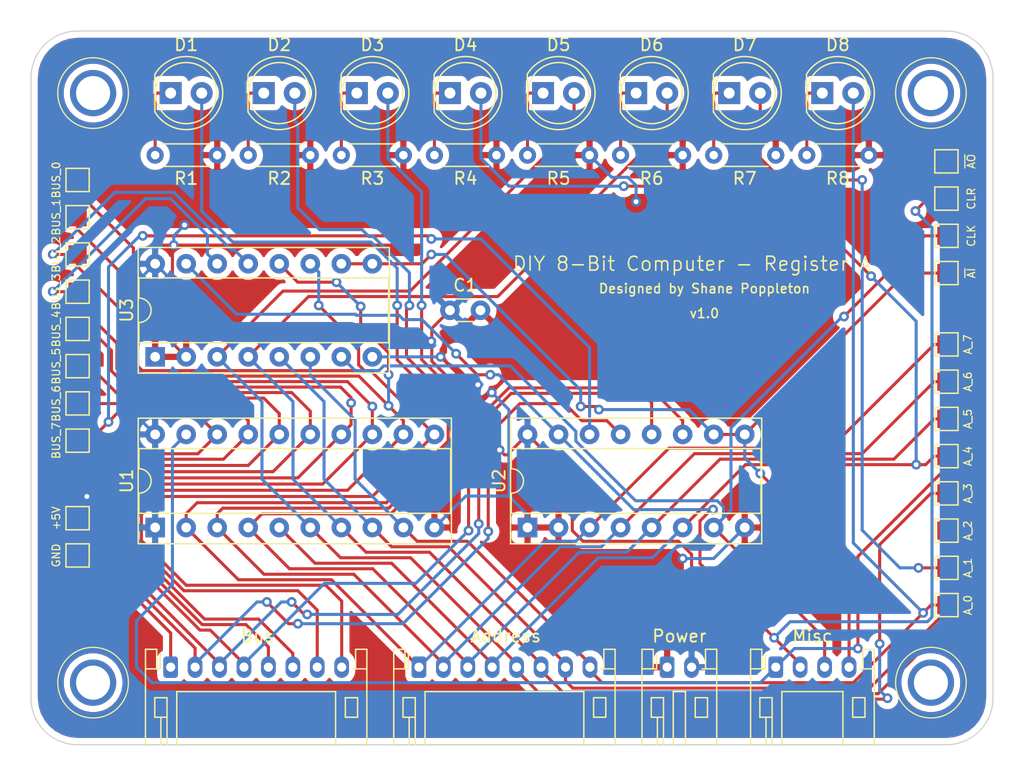
<source format=kicad_pcb>
(kicad_pcb (version 20171130) (host pcbnew "(5.1.2-1)-1")
  (layers (0 F.Cu signal) (31 B.Cu signal) (34 B.Paste user) (35 F.Paste user) (36 B.SilkS user) (37 F.SilkS user) (38 B.Mask user) (39 F.Mask user) (44 Edge.Cuts user))
  (net 0 "")
  (net 1 +5V)
  (net 2 GND)
  (net 3 /A_7)
  (net 4 /A_6)
  (net 5 /A_5)
  (net 6 /A_4)
  (net 7 /A_3)
  (net 8 /A_2)
  (net 9 /A_1)
  (net 10 /A_0)
  (net 11 /BUS_7)
  (net 12 /BUS_6)
  (net 13 /BUS_5)
  (net 14 /BUS_4)
  (net 15 /BUS_3)
  (net 16 /BUS_2)
  (net 17 /BUS_1)
  (net 18 /BUS_0)
  (net 19 /~AO~)
  (net 20 /CLR)
  (net 21 /CLK)
  (net 22 /~AI~)
  (net 23 "Net-(D1-Pad1)")
  (net 24 "Net-(D2-Pad1)")
  (net 25 "Net-(D3-Pad1)")
  (net 26 "Net-(D4-Pad1)")
  (net 27 "Net-(D5-Pad1)")
  (net 28 "Net-(D6-Pad1)")
  (net 29 "Net-(D7-Pad1)")
  (net 30 "Net-(D8-Pad1)")
  (module Package_DIP:DIP-16_W7.62mm_Socket (layer F.Cu) (at 25.4 54.61 90)
    (fp_text reference U3 (at 3.81 -2.33 90) (layer F.SilkS))
    (fp_text value 74LS173)
    (pad 16 thru_hole oval (at 7.62 0 90) (size 1.6 1.6) (drill 0.8) (layers *.Cu *.Mask) (net 1 +5V))
    (pad 8 thru_hole oval (at 0 17.78 90) (size 1.6 1.6) (drill 0.8) (layers *.Cu *.Mask) (net 2 GND))
    (pad 15 thru_hole oval (at 7.62 2.54 90) (size 1.6 1.6) (drill 0.8) (layers *.Cu *.Mask) (net 20 /CLR))
    (pad 7 thru_hole oval (at 0 15.24 90) (size 1.6 1.6) (drill 0.8) (layers *.Cu *.Mask) (net 21 /CLK))
    (pad 14 thru_hole oval (at 7.62 5.08 90) (size 1.6 1.6) (drill 0.8) (layers *.Cu *.Mask) (net 15 /BUS_3))
    (pad 6 thru_hole oval (at 0 12.7 90) (size 1.6 1.6) (drill 0.8) (layers *.Cu *.Mask) (net 10 /A_0))
    (pad 13 thru_hole oval (at 7.62 7.62 90) (size 1.6 1.6) (drill 0.8) (layers *.Cu *.Mask) (net 16 /BUS_2))
    (pad 5 thru_hole oval (at 0 10.16 90) (size 1.6 1.6) (drill 0.8) (layers *.Cu *.Mask) (net 9 /A_1))
    (pad 12 thru_hole oval (at 7.62 10.16 90) (size 1.6 1.6) (drill 0.8) (layers *.Cu *.Mask) (net 17 /BUS_1))
    (pad 4 thru_hole oval (at 0 7.62 90) (size 1.6 1.6) (drill 0.8) (layers *.Cu *.Mask) (net 8 /A_2))
    (pad 11 thru_hole oval (at 7.62 12.7 90) (size 1.6 1.6) (drill 0.8) (layers *.Cu *.Mask) (net 18 /BUS_0))
    (pad 3 thru_hole oval (at 0 5.08 90) (size 1.6 1.6) (drill 0.8) (layers *.Cu *.Mask) (net 7 /A_3))
    (pad 10 thru_hole oval (at 7.62 15.24 90) (size 1.6 1.6) (drill 0.8) (layers *.Cu *.Mask) (net 22 /~AI~))
    (pad 2 thru_hole oval (at 0 2.54 90) (size 1.6 1.6) (drill 0.8) (layers *.Cu *.Mask) (net 2 GND))
    (pad 9 thru_hole oval (at 7.62 17.78 90) (size 1.6 1.6) (drill 0.8) (layers *.Cu *.Mask) (net 22 /~AI~))
    (pad 1 thru_hole rect (at 0 0 90) (size 1.6 1.6) (drill 0.8) (layers *.Cu *.Mask) (net 2 GND))
  )
  (module digikey-footprints:Test-Point-Pin_Drill2.79mm (layer F.Cu) (at 88.9 81.28)
    (fp_text reference REF** hide)
    (fp_text value Test-Point-Pin_Drill2.79mm hide)
    (pad 1 thru_hole circle (at 0 0) (size 3.79 3.79) (drill 2.79) (layers *.Cu *.Mask))
  )
  (module digikey-footprints:Test-Point-Pin_Drill2.79mm (layer F.Cu) (at 20.32 81.28)
    (fp_text reference REF** hide)
    (fp_text value Test-Point-Pin_Drill2.79mm hide)
    (pad 1 thru_hole circle (at 0 0) (size 3.79 3.79) (drill 2.79) (layers *.Cu *.Mask))
  )
  (module digikey-footprints:Test-Point-Pin_Drill2.79mm (layer F.Cu) (at 88.9 33.02)
    (fp_text reference REF** hide)
    (fp_text value Test-Point-Pin_Drill2.79mm hide)
    (pad 1 thru_hole circle (at 0 0) (size 3.79 3.79) (drill 2.79) (layers *.Cu *.Mask))
  )
  (module digikey-footprints:Test-Point-Pin_Drill2.79mm (layer F.Cu) (at 20.32 33.02)
    (fp_text reference REF** hide)
    (fp_text value Test-Point-Pin_Drill2.79mm hide)
    (pad 1 thru_hole circle (at 0 0) (size 3.79 3.79) (drill 2.79) (layers *.Cu *.Mask))
  )
  (module Connector_JST:JST_PH_S8B-PH-K_1x08_P2.00mm_Horizontal (layer F.Cu) (at 46.99 80.01)
    (fp_text reference J2 hide)
    (fp_text value Address (at 7.112 -2.54) (layer F.SilkS))
    (pad 8 thru_hole oval (at 14 0) (size 1.2 1.75) (drill 0.75) (layers *.Cu *.Mask) (net 10 /A_0))
    (pad 7 thru_hole oval (at 12 0) (size 1.2 1.75) (drill 0.75) (layers *.Cu *.Mask) (net 9 /A_1))
    (pad 6 thru_hole oval (at 10 0) (size 1.2 1.75) (drill 0.75) (layers *.Cu *.Mask) (net 8 /A_2))
    (pad 5 thru_hole oval (at 8 0) (size 1.2 1.75) (drill 0.75) (layers *.Cu *.Mask) (net 7 /A_3))
    (pad 4 thru_hole oval (at 6 0) (size 1.2 1.75) (drill 0.75) (layers *.Cu *.Mask) (net 6 /A_4))
    (pad 3 thru_hole oval (at 4 0) (size 1.2 1.75) (drill 0.75) (layers *.Cu *.Mask) (net 5 /A_5))
    (pad 2 thru_hole oval (at 2 0) (size 1.2 1.75) (drill 0.75) (layers *.Cu *.Mask) (net 4 /A_6))
    (pad 1 thru_hole roundrect (at 0 0) (size 1.2 1.75) (drill 0.75) (layers *.Cu *.Mask) (roundrect_rratio 0.208333) (net 3 /A_7))
  )
  (module Capacitor_THT:C_Disc_D3.0mm_W1.6mm_P2.50mm (layer F.Cu) (at 49.53 50.8)
    (fp_text reference C1 (at 1.25 -2.05) (layer F.SilkS))
    (fp_text value 100nF)
    (pad 1 thru_hole circle (at 0 0) (size 1.6 1.6) (drill 0.8) (layers *.Cu *.Mask) (net 1 +5V))
    (pad 2 thru_hole circle (at 2.5 0) (size 1.6 1.6) (drill 0.8) (layers *.Cu *.Mask) (net 2 GND))
  )
  (module LED_THT:LED_D5.0mm (layer F.Cu) (at 26.67 33.02)
    (fp_text reference D1 (at 1.27 -3.96) (layer F.SilkS))
    (fp_text value LED)
    (pad 2 thru_hole circle (at 2.54 0) (size 1.8 1.8) (drill 0.9) (layers *.Cu *.Mask) (net 3 /A_7))
    (pad 1 thru_hole rect (at 0 0) (size 1.8 1.8) (drill 0.9) (layers *.Cu *.Mask) (net 23 "Net-(D1-Pad1)"))
  )
  (module LED_THT:LED_D5.0mm (layer F.Cu) (at 34.29 33.02)
    (fp_text reference D2 (at 1.27 -3.96) (layer F.SilkS))
    (fp_text value LED)
    (pad 1 thru_hole rect (at 0 0) (size 1.8 1.8) (drill 0.9) (layers *.Cu *.Mask) (net 24 "Net-(D2-Pad1)"))
    (pad 2 thru_hole circle (at 2.54 0) (size 1.8 1.8) (drill 0.9) (layers *.Cu *.Mask) (net 4 /A_6))
  )
  (module LED_THT:LED_D5.0mm (layer F.Cu) (at 41.91 33.02)
    (fp_text reference D3 (at 1.27 -3.96) (layer F.SilkS))
    (fp_text value LED)
    (pad 2 thru_hole circle (at 2.54 0) (size 1.8 1.8) (drill 0.9) (layers *.Cu *.Mask) (net 5 /A_5))
    (pad 1 thru_hole rect (at 0 0) (size 1.8 1.8) (drill 0.9) (layers *.Cu *.Mask) (net 25 "Net-(D3-Pad1)"))
  )
  (module LED_THT:LED_D5.0mm (layer F.Cu) (at 49.53 33.02)
    (fp_text reference D4 (at 1.27 -3.96) (layer F.SilkS))
    (fp_text value LED)
    (pad 1 thru_hole rect (at 0 0) (size 1.8 1.8) (drill 0.9) (layers *.Cu *.Mask) (net 26 "Net-(D4-Pad1)"))
    (pad 2 thru_hole circle (at 2.54 0) (size 1.8 1.8) (drill 0.9) (layers *.Cu *.Mask) (net 6 /A_4))
  )
  (module LED_THT:LED_D5.0mm (layer F.Cu) (at 57.15 33.02)
    (fp_text reference D5 (at 1.27 -3.96) (layer F.SilkS))
    (fp_text value LED)
    (pad 2 thru_hole circle (at 2.54 0) (size 1.8 1.8) (drill 0.9) (layers *.Cu *.Mask) (net 7 /A_3))
    (pad 1 thru_hole rect (at 0 0) (size 1.8 1.8) (drill 0.9) (layers *.Cu *.Mask) (net 27 "Net-(D5-Pad1)"))
  )
  (module LED_THT:LED_D5.0mm (layer F.Cu) (at 64.77 33.02)
    (fp_text reference D6 (at 1.27 -3.96) (layer F.SilkS))
    (fp_text value LED)
    (pad 1 thru_hole rect (at 0 0) (size 1.8 1.8) (drill 0.9) (layers *.Cu *.Mask) (net 28 "Net-(D6-Pad1)"))
    (pad 2 thru_hole circle (at 2.54 0) (size 1.8 1.8) (drill 0.9) (layers *.Cu *.Mask) (net 8 /A_2))
  )
  (module LED_THT:LED_D5.0mm (layer F.Cu) (at 72.39 33.02)
    (fp_text reference D7 (at 1.27 -3.96) (layer F.SilkS))
    (fp_text value LED)
    (pad 2 thru_hole circle (at 2.54 0) (size 1.8 1.8) (drill 0.9) (layers *.Cu *.Mask) (net 9 /A_1))
    (pad 1 thru_hole rect (at 0 0) (size 1.8 1.8) (drill 0.9) (layers *.Cu *.Mask) (net 29 "Net-(D7-Pad1)"))
  )
  (module LED_THT:LED_D5.0mm (layer F.Cu) (at 80.01 33.02)
    (fp_text reference D8 (at 1.27 -3.96) (layer F.SilkS))
    (fp_text value LED)
    (pad 1 thru_hole rect (at 0 0) (size 1.8 1.8) (drill 0.9) (layers *.Cu *.Mask) (net 30 "Net-(D8-Pad1)"))
    (pad 2 thru_hole circle (at 2.54 0) (size 1.8 1.8) (drill 0.9) (layers *.Cu *.Mask) (net 10 /A_0))
  )
  (module Connector_JST:JST_PH_S8B-PH-K_1x08_P2.00mm_Horizontal (layer F.Cu) (at 26.67 80.01)
    (fp_text reference J1 hide)
    (fp_text value Bus (at 7.112 -2.54) (layer F.SilkS))
    (pad 1 thru_hole roundrect (at 0 0) (size 1.2 1.75) (drill 0.75) (layers *.Cu *.Mask) (roundrect_rratio 0.208333) (net 11 /BUS_7))
    (pad 2 thru_hole oval (at 2 0) (size 1.2 1.75) (drill 0.75) (layers *.Cu *.Mask) (net 12 /BUS_6))
    (pad 3 thru_hole oval (at 4 0) (size 1.2 1.75) (drill 0.75) (layers *.Cu *.Mask) (net 13 /BUS_5))
    (pad 4 thru_hole oval (at 6 0) (size 1.2 1.75) (drill 0.75) (layers *.Cu *.Mask) (net 14 /BUS_4))
    (pad 5 thru_hole oval (at 8 0) (size 1.2 1.75) (drill 0.75) (layers *.Cu *.Mask) (net 15 /BUS_3))
    (pad 6 thru_hole oval (at 10 0) (size 1.2 1.75) (drill 0.75) (layers *.Cu *.Mask) (net 16 /BUS_2))
    (pad 7 thru_hole oval (at 12 0) (size 1.2 1.75) (drill 0.75) (layers *.Cu *.Mask) (net 17 /BUS_1))
    (pad 8 thru_hole oval (at 14 0) (size 1.2 1.75) (drill 0.75) (layers *.Cu *.Mask) (net 18 /BUS_0))
  )
  (module Connector_JST:JST_PH_S4B-PH-K_1x04_P2.00mm_Horizontal (layer F.Cu) (at 76.2 80.01)
    (fp_text reference J3 hide)
    (fp_text value Misc (at 3 -2.54) (layer F.SilkS))
    (pad 1 thru_hole roundrect (at 0 0) (size 1.2 1.75) (drill 0.75) (layers *.Cu *.Mask) (roundrect_rratio 0.208333) (net 19 /~AO~))
    (pad 2 thru_hole oval (at 2 0) (size 1.2 1.75) (drill 0.75) (layers *.Cu *.Mask) (net 20 /CLR))
    (pad 3 thru_hole oval (at 4 0) (size 1.2 1.75) (drill 0.75) (layers *.Cu *.Mask) (net 21 /CLK))
    (pad 4 thru_hole oval (at 6 0) (size 1.2 1.75) (drill 0.75) (layers *.Cu *.Mask) (net 22 /~AI~))
  )
  (module Connector_JST:JST_PH_S2B-PH-K_1x02_P2.00mm_Horizontal (layer F.Cu) (at 67.31 80.01)
    (fp_text reference J4 hide)
    (fp_text value Power (at 1 -2.54) (layer F.SilkS))
    (pad 1 thru_hole roundrect (at 0 0) (size 1.2 1.75) (drill 0.75) (layers *.Cu *.Mask) (roundrect_rratio 0.208333) (net 2 GND))
    (pad 2 thru_hole oval (at 2 0) (size 1.2 1.75) (drill 0.75) (layers *.Cu *.Mask) (net 1 +5V))
  )
  (module Resistor_THT:R_Axial_DIN0204_L3.6mm_D1.6mm_P5.08mm_Horizontal (layer F.Cu) (at 25.4 38.1)
    (fp_text reference R1 (at 2.54 1.905) (layer F.SilkS))
    (fp_text value 220R)
    (pad 2 thru_hole oval (at 5.08 0) (size 1.4 1.4) (drill 0.7) (layers *.Cu *.Mask) (net 2 GND))
    (pad 1 thru_hole circle (at 0 0) (size 1.4 1.4) (drill 0.7) (layers *.Cu *.Mask) (net 23 "Net-(D1-Pad1)"))
  )
  (module Resistor_THT:R_Axial_DIN0204_L3.6mm_D1.6mm_P5.08mm_Horizontal (layer F.Cu) (at 33.02 38.1)
    (fp_text reference R2 (at 2.54 1.905) (layer F.SilkS))
    (fp_text value 220R)
    (pad 1 thru_hole circle (at 0 0) (size 1.4 1.4) (drill 0.7) (layers *.Cu *.Mask) (net 24 "Net-(D2-Pad1)"))
    (pad 2 thru_hole oval (at 5.08 0) (size 1.4 1.4) (drill 0.7) (layers *.Cu *.Mask) (net 2 GND))
  )
  (module Resistor_THT:R_Axial_DIN0204_L3.6mm_D1.6mm_P5.08mm_Horizontal (layer F.Cu) (at 40.64 38.1)
    (fp_text reference R3 (at 2.54 1.905) (layer F.SilkS))
    (fp_text value 220R)
    (pad 2 thru_hole oval (at 5.08 0) (size 1.4 1.4) (drill 0.7) (layers *.Cu *.Mask) (net 2 GND))
    (pad 1 thru_hole circle (at 0 0) (size 1.4 1.4) (drill 0.7) (layers *.Cu *.Mask) (net 25 "Net-(D3-Pad1)"))
  )
  (module Resistor_THT:R_Axial_DIN0204_L3.6mm_D1.6mm_P5.08mm_Horizontal (layer F.Cu) (at 48.26 38.1)
    (fp_text reference R4 (at 2.54 1.905) (layer F.SilkS))
    (fp_text value 220R)
    (pad 1 thru_hole circle (at 0 0) (size 1.4 1.4) (drill 0.7) (layers *.Cu *.Mask) (net 26 "Net-(D4-Pad1)"))
    (pad 2 thru_hole oval (at 5.08 0) (size 1.4 1.4) (drill 0.7) (layers *.Cu *.Mask) (net 2 GND))
  )
  (module Resistor_THT:R_Axial_DIN0204_L3.6mm_D1.6mm_P5.08mm_Horizontal (layer F.Cu) (at 55.88 38.1)
    (fp_text reference R5 (at 2.54 1.905) (layer F.SilkS))
    (fp_text value 220R)
    (pad 2 thru_hole oval (at 5.08 0) (size 1.4 1.4) (drill 0.7) (layers *.Cu *.Mask) (net 2 GND))
    (pad 1 thru_hole circle (at 0 0) (size 1.4 1.4) (drill 0.7) (layers *.Cu *.Mask) (net 27 "Net-(D5-Pad1)"))
  )
  (module Resistor_THT:R_Axial_DIN0204_L3.6mm_D1.6mm_P5.08mm_Horizontal (layer F.Cu) (at 63.5 38.1)
    (fp_text reference R6 (at 2.54 1.905) (layer F.SilkS))
    (fp_text value 220R)
    (pad 1 thru_hole circle (at 0 0) (size 1.4 1.4) (drill 0.7) (layers *.Cu *.Mask) (net 28 "Net-(D6-Pad1)"))
    (pad 2 thru_hole oval (at 5.08 0) (size 1.4 1.4) (drill 0.7) (layers *.Cu *.Mask) (net 2 GND))
  )
  (module Resistor_THT:R_Axial_DIN0204_L3.6mm_D1.6mm_P5.08mm_Horizontal (layer F.Cu) (at 71.12 38.1)
    (fp_text reference R7 (at 2.54 1.905) (layer F.SilkS))
    (fp_text value 220R)
    (pad 2 thru_hole oval (at 5.08 0) (size 1.4 1.4) (drill 0.7) (layers *.Cu *.Mask) (net 2 GND))
    (pad 1 thru_hole circle (at 0 0) (size 1.4 1.4) (drill 0.7) (layers *.Cu *.Mask) (net 29 "Net-(D7-Pad1)"))
  )
  (module Resistor_THT:R_Axial_DIN0204_L3.6mm_D1.6mm_P5.08mm_Horizontal (layer F.Cu) (at 78.74 38.1)
    (fp_text reference R8 (at 2.54 1.905) (layer F.SilkS))
    (fp_text value 220R)
    (pad 1 thru_hole circle (at 0 0) (size 1.4 1.4) (drill 0.7) (layers *.Cu *.Mask) (net 30 "Net-(D8-Pad1)"))
    (pad 2 thru_hole oval (at 5.08 0) (size 1.4 1.4) (drill 0.7) (layers *.Cu *.Mask) (net 2 GND))
  )
  (module TestPoint:TestPoint_Pad_1.5x1.5mm (layer F.Cu) (at 19.05 61.468 270)
    (fp_text reference TP1 hide)
    (fp_text value BUS_7 (at 0 1.75 90) (layer F.SilkS) (effects (font (size 0.635 0.635) (thickness 0.1016))))
    (pad 1 smd rect (at 0 0 270) (size 1.5 1.5) (layers F.Cu F.Mask) (net 11 /BUS_7))
  )
  (module TestPoint:TestPoint_Pad_1.5x1.5mm (layer F.Cu) (at 19.05 58.42 270)
    (fp_text reference TP2 hide)
    (fp_text value BUS_6 (at 0 1.75 90) (layer F.SilkS) (effects (font (size 0.635 0.635) (thickness 0.1016))))
    (pad 1 smd rect (at 0 0 270) (size 1.5 1.5) (layers F.Cu F.Mask) (net 12 /BUS_6))
  )
  (module TestPoint:TestPoint_Pad_1.5x1.5mm (layer F.Cu) (at 19.05 55.372 270)
    (fp_text reference TP3 hide)
    (fp_text value BUS_5 (at 0 1.75 90) (layer F.SilkS) (effects (font (size 0.635 0.635) (thickness 0.1016))))
    (pad 1 smd rect (at 0 0 270) (size 1.5 1.5) (layers F.Cu F.Mask) (net 13 /BUS_5))
  )
  (module TestPoint:TestPoint_Pad_1.5x1.5mm (layer F.Cu) (at 19.05 52.324 270)
    (fp_text reference TP4 hide)
    (fp_text value BUS_4 (at 0 1.75 90) (layer F.SilkS) (effects (font (size 0.635 0.635) (thickness 0.1016))))
    (pad 1 smd rect (at 0 0 270) (size 1.5 1.5) (layers F.Cu F.Mask) (net 14 /BUS_4))
  )
  (module TestPoint:TestPoint_Pad_1.5x1.5mm (layer F.Cu) (at 19.05 49.276 270)
    (fp_text reference TP5 hide)
    (fp_text value BUS_3 (at 0 1.75 90) (layer F.SilkS) (effects (font (size 0.635 0.635) (thickness 0.1016))))
    (pad 1 smd rect (at 0 0 270) (size 1.5 1.5) (layers F.Cu F.Mask) (net 15 /BUS_3))
  )
  (module TestPoint:TestPoint_Pad_1.5x1.5mm (layer F.Cu) (at 19.05 46.228 270)
    (fp_text reference TP6 hide)
    (fp_text value BUS_2 (at 0 1.75 90) (layer F.SilkS) (effects (font (size 0.635 0.635) (thickness 0.1016))))
    (pad 1 smd rect (at 0 0 270) (size 1.5 1.5) (layers F.Cu F.Mask) (net 16 /BUS_2))
  )
  (module TestPoint:TestPoint_Pad_1.5x1.5mm (layer F.Cu) (at 19.05 43.18 270)
    (fp_text reference TP7 hide)
    (fp_text value BUS_1 (at 0 1.75 90) (layer F.SilkS) (effects (font (size 0.635 0.635) (thickness 0.1016))))
    (pad 1 smd rect (at 0 0 270) (size 1.5 1.5) (layers F.Cu F.Mask) (net 17 /BUS_1))
  )
  (module TestPoint:TestPoint_Pad_1.5x1.5mm (layer F.Cu) (at 19.05 40.132 270)
    (fp_text reference TP8 hide)
    (fp_text value BUS_0 (at 0 1.75 90) (layer F.SilkS) (effects (font (size 0.635 0.635) (thickness 0.1016))))
    (pad 1 smd rect (at 0 0 270) (size 1.5 1.5) (layers F.Cu F.Mask) (net 18 /BUS_0))
  )
  (module TestPoint:TestPoint_Pad_1.5x1.5mm (layer F.Cu) (at 90.17 53.594 90)
    (fp_text reference TP9 hide)
    (fp_text value A_7 (at 0 1.75 90) (layer F.SilkS) (effects (font (size 0.635 0.635) (thickness 0.1016))))
    (pad 1 smd rect (at 0 0 90) (size 1.5 1.5) (layers F.Cu F.Mask) (net 3 /A_7))
  )
  (module TestPoint:TestPoint_Pad_1.5x1.5mm (layer F.Cu) (at 90.17 56.642 90)
    (fp_text reference TP10 hide)
    (fp_text value A_6 (at 0 1.75 90) (layer F.SilkS) (effects (font (size 0.635 0.635) (thickness 0.1016))))
    (pad 1 smd rect (at 0 0 90) (size 1.5 1.5) (layers F.Cu F.Mask) (net 4 /A_6))
  )
  (module TestPoint:TestPoint_Pad_1.5x1.5mm (layer F.Cu) (at 90.17 59.69 90)
    (fp_text reference TP11 hide)
    (fp_text value A_5 (at 0 1.75 90) (layer F.SilkS) (effects (font (size 0.635 0.635) (thickness 0.1016))))
    (pad 1 smd rect (at 0 0 90) (size 1.5 1.5) (layers F.Cu F.Mask) (net 5 /A_5))
  )
  (module TestPoint:TestPoint_Pad_1.5x1.5mm (layer F.Cu) (at 90.17 62.738 90)
    (fp_text reference TP12 hide)
    (fp_text value A_4 (at 0 1.75 90) (layer F.SilkS) (effects (font (size 0.635 0.635) (thickness 0.1016))))
    (pad 1 smd rect (at 0 0 90) (size 1.5 1.5) (layers F.Cu F.Mask) (net 6 /A_4))
  )
  (module TestPoint:TestPoint_Pad_1.5x1.5mm (layer F.Cu) (at 90.17 65.786 90)
    (fp_text reference TP13 hide)
    (fp_text value A_3 (at 0 1.75 90) (layer F.SilkS) (effects (font (size 0.635 0.635) (thickness 0.1016))))
    (pad 1 smd rect (at 0 0 90) (size 1.5 1.5) (layers F.Cu F.Mask) (net 7 /A_3))
  )
  (module TestPoint:TestPoint_Pad_1.5x1.5mm (layer F.Cu) (at 90.17 68.834 90)
    (fp_text reference TP14 hide)
    (fp_text value A_2 (at 0 1.75 90) (layer F.SilkS) (effects (font (size 0.635 0.635) (thickness 0.1016))))
    (pad 1 smd rect (at 0 0 90) (size 1.5 1.5) (layers F.Cu F.Mask) (net 8 /A_2))
  )
  (module TestPoint:TestPoint_Pad_1.5x1.5mm (layer F.Cu) (at 90.17 71.882 90)
    (fp_text reference TP15 hide)
    (fp_text value A_1 (at 0 1.75 90) (layer F.SilkS) (effects (font (size 0.635 0.635) (thickness 0.1016))))
    (pad 1 smd rect (at 0 0 90) (size 1.5 1.5) (layers F.Cu F.Mask) (net 9 /A_1))
  )
  (module TestPoint:TestPoint_Pad_1.5x1.5mm (layer F.Cu) (at 90.17 74.93 90)
    (fp_text reference TP16 hide)
    (fp_text value A_0 (at 0 1.75 90) (layer F.SilkS) (effects (font (size 0.635 0.635) (thickness 0.1016))))
    (pad 1 smd rect (at 0 0 90) (size 1.5 1.5) (layers F.Cu F.Mask) (net 10 /A_0))
  )
  (module TestPoint:TestPoint_Pad_1.5x1.5mm (layer F.Cu) (at 90.17 47.752 90)
    (fp_text reference TP17 hide)
    (fp_text value ~AI~ (at 0 2.032 90) (layer F.SilkS) (effects (font (size 0.635 0.635) (thickness 0.1016))))
    (pad 1 smd rect (at 0 0 90) (size 1.5 1.5) (layers F.Cu F.Mask) (net 22 /~AI~))
  )
  (module TestPoint:TestPoint_Pad_1.5x1.5mm (layer F.Cu) (at 90.17 44.704 90)
    (fp_text reference TP18 hide)
    (fp_text value CLK (at 0 2.032 90) (layer F.SilkS) (effects (font (size 0.635 0.635) (thickness 0.1016))))
    (pad 1 smd rect (at 0 0 90) (size 1.5 1.5) (layers F.Cu F.Mask) (net 21 /CLK))
  )
  (module TestPoint:TestPoint_Pad_1.5x1.5mm (layer F.Cu) (at 90.17 41.656 90)
    (fp_text reference TP19 hide)
    (fp_text value CLR (at 0 2.032 90) (layer F.SilkS) (effects (font (size 0.635 0.635) (thickness 0.1016))))
    (pad 1 smd rect (at 0 0 90) (size 1.5 1.5) (layers F.Cu F.Mask) (net 20 /CLR))
  )
  (module TestPoint:TestPoint_Pad_1.5x1.5mm (layer F.Cu) (at 90.17 38.608 90)
    (fp_text reference TP20 hide)
    (fp_text value ~AO~ (at 0 2.032 90) (layer F.SilkS) (effects (font (size 0.635 0.635) (thickness 0.1016))))
    (pad 1 smd rect (at 0 0 90) (size 1.5 1.5) (layers F.Cu F.Mask) (net 19 /~AO~))
  )
  (module TestPoint:TestPoint_Pad_1.5x1.5mm (layer F.Cu) (at 19.05 67.818 270)
    (fp_text reference TP21 hide)
    (fp_text value +5V (at 0 1.75 90) (layer F.SilkS) (effects (font (size 0.635 0.635) (thickness 0.1016))))
    (pad 1 smd rect (at 0 0 270) (size 1.5 1.5) (layers F.Cu F.Mask) (net 1 +5V))
  )
  (module TestPoint:TestPoint_Pad_1.5x1.5mm (layer F.Cu) (at 19.05 70.866 270)
    (fp_text reference TP22 hide)
    (fp_text value GND (at 0 1.75 90) (layer F.SilkS) (effects (font (size 0.635 0.635) (thickness 0.1016))))
    (pad 1 smd rect (at 0 0 270) (size 1.5 1.5) (layers F.Cu F.Mask) (net 2 GND))
  )
  (module Package_DIP:DIP-20_W7.62mm_Socket (layer F.Cu) (at 25.4 68.58 90)
    (fp_text reference U1 (at 3.81 -2.33 90) (layer F.SilkS))
    (fp_text value 74LS245)
    (pad 1 thru_hole rect (at 0 0 90) (size 1.6 1.6) (drill 0.8) (layers *.Cu *.Mask) (net 1 +5V))
    (pad 11 thru_hole oval (at 7.62 22.86 90) (size 1.6 1.6) (drill 0.8) (layers *.Cu *.Mask) (net 18 /BUS_0))
    (pad 2 thru_hole oval (at 0 2.54 90) (size 1.6 1.6) (drill 0.8) (layers *.Cu *.Mask) (net 3 /A_7))
    (pad 12 thru_hole oval (at 7.62 20.32 90) (size 1.6 1.6) (drill 0.8) (layers *.Cu *.Mask) (net 17 /BUS_1))
    (pad 3 thru_hole oval (at 0 5.08 90) (size 1.6 1.6) (drill 0.8) (layers *.Cu *.Mask) (net 4 /A_6))
    (pad 13 thru_hole oval (at 7.62 17.78 90) (size 1.6 1.6) (drill 0.8) (layers *.Cu *.Mask) (net 16 /BUS_2))
    (pad 4 thru_hole oval (at 0 7.62 90) (size 1.6 1.6) (drill 0.8) (layers *.Cu *.Mask) (net 5 /A_5))
    (pad 14 thru_hole oval (at 7.62 15.24 90) (size 1.6 1.6) (drill 0.8) (layers *.Cu *.Mask) (net 15 /BUS_3))
    (pad 5 thru_hole oval (at 0 10.16 90) (size 1.6 1.6) (drill 0.8) (layers *.Cu *.Mask) (net 6 /A_4))
    (pad 15 thru_hole oval (at 7.62 12.7 90) (size 1.6 1.6) (drill 0.8) (layers *.Cu *.Mask) (net 14 /BUS_4))
    (pad 6 thru_hole oval (at 0 12.7 90) (size 1.6 1.6) (drill 0.8) (layers *.Cu *.Mask) (net 7 /A_3))
    (pad 16 thru_hole oval (at 7.62 10.16 90) (size 1.6 1.6) (drill 0.8) (layers *.Cu *.Mask) (net 13 /BUS_5))
    (pad 7 thru_hole oval (at 0 15.24 90) (size 1.6 1.6) (drill 0.8) (layers *.Cu *.Mask) (net 8 /A_2))
    (pad 17 thru_hole oval (at 7.62 7.62 90) (size 1.6 1.6) (drill 0.8) (layers *.Cu *.Mask) (net 12 /BUS_6))
    (pad 8 thru_hole oval (at 0 17.78 90) (size 1.6 1.6) (drill 0.8) (layers *.Cu *.Mask) (net 9 /A_1))
    (pad 18 thru_hole oval (at 7.62 5.08 90) (size 1.6 1.6) (drill 0.8) (layers *.Cu *.Mask) (net 11 /BUS_7))
    (pad 9 thru_hole oval (at 0 20.32 90) (size 1.6 1.6) (drill 0.8) (layers *.Cu *.Mask) (net 10 /A_0))
    (pad 19 thru_hole oval (at 7.62 2.54 90) (size 1.6 1.6) (drill 0.8) (layers *.Cu *.Mask) (net 19 /~AO~))
    (pad 10 thru_hole oval (at 0 22.86 90) (size 1.6 1.6) (drill 0.8) (layers *.Cu *.Mask) (net 2 GND))
    (pad 20 thru_hole oval (at 7.62 0 90) (size 1.6 1.6) (drill 0.8) (layers *.Cu *.Mask) (net 1 +5V))
  )
  (module Package_DIP:DIP-16_W7.62mm_Socket (layer F.Cu) (at 55.88 68.58 90)
    (fp_text reference U2 (at 3.81 -2.33 90) (layer F.SilkS))
    (fp_text value 74LS173)
    (pad 1 thru_hole rect (at 0 0 90) (size 1.6 1.6) (drill 0.8) (layers *.Cu *.Mask) (net 2 GND))
    (pad 9 thru_hole oval (at 7.62 17.78 90) (size 1.6 1.6) (drill 0.8) (layers *.Cu *.Mask) (net 22 /~AI~))
    (pad 2 thru_hole oval (at 0 2.54 90) (size 1.6 1.6) (drill 0.8) (layers *.Cu *.Mask) (net 2 GND))
    (pad 10 thru_hole oval (at 7.62 15.24 90) (size 1.6 1.6) (drill 0.8) (layers *.Cu *.Mask) (net 22 /~AI~))
    (pad 3 thru_hole oval (at 0 5.08 90) (size 1.6 1.6) (drill 0.8) (layers *.Cu *.Mask) (net 3 /A_7))
    (pad 11 thru_hole oval (at 7.62 12.7 90) (size 1.6 1.6) (drill 0.8) (layers *.Cu *.Mask) (net 14 /BUS_4))
    (pad 4 thru_hole oval (at 0 7.62 90) (size 1.6 1.6) (drill 0.8) (layers *.Cu *.Mask) (net 4 /A_6))
    (pad 12 thru_hole oval (at 7.62 10.16 90) (size 1.6 1.6) (drill 0.8) (layers *.Cu *.Mask) (net 13 /BUS_5))
    (pad 5 thru_hole oval (at 0 10.16 90) (size 1.6 1.6) (drill 0.8) (layers *.Cu *.Mask) (net 5 /A_5))
    (pad 13 thru_hole oval (at 7.62 7.62 90) (size 1.6 1.6) (drill 0.8) (layers *.Cu *.Mask) (net 12 /BUS_6))
    (pad 6 thru_hole oval (at 0 12.7 90) (size 1.6 1.6) (drill 0.8) (layers *.Cu *.Mask) (net 6 /A_4))
    (pad 14 thru_hole oval (at 7.62 5.08 90) (size 1.6 1.6) (drill 0.8) (layers *.Cu *.Mask) (net 11 /BUS_7))
    (pad 7 thru_hole oval (at 0 15.24 90) (size 1.6 1.6) (drill 0.8) (layers *.Cu *.Mask) (net 21 /CLK))
    (pad 15 thru_hole oval (at 7.62 2.54 90) (size 1.6 1.6) (drill 0.8) (layers *.Cu *.Mask) (net 20 /CLR))
    (pad 8 thru_hole oval (at 0 17.78 90) (size 1.6 1.6) (drill 0.8) (layers *.Cu *.Mask) (net 2 GND))
    (pad 16 thru_hole oval (at 7.62 0 90) (size 1.6 1.6) (drill 0.8) (layers *.Cu *.Mask) (net 1 +5V))
  )
  (gr_text v1.0 (at 70.358 51.054) (layer F.SilkS) (effects (font (size 0.762 0.762) (thickness 0.127))))
  (gr_text "Designed by Shane Poppleton" (at 70.358 49.022) (layer F.SilkS) (effects (font (size 0.762 0.762) (thickness 0.127))))
  (gr_text "DIY 8-Bit Computer - Register A" (at 69.342 46.99) (layer F.SilkS) (effects (font (size 1.143 1.143) (thickness 0.127))))
  (gr_line (start 93.98 31.75) (end 93.98 82.55) (layer Edge.Cuts) (width 0.1))
  (gr_arc (start 90.17 82.55) (end 90.17 86.36) (angle -90) (layer Edge.Cuts) (width 0.1))
  (gr_arc (start 90.17 31.75) (end 93.98 31.75) (angle -90) (layer Edge.Cuts) (width 0.1))
  (gr_line (start 19.05 86.36) (end 90.17 86.36) (layer Edge.Cuts) (width 0.1))
  (gr_line (start 15.24 31.75) (end 15.24 82.55) (layer Edge.Cuts) (width 0.1))
  (gr_arc (start 19.05 31.75) (end 19.05 27.94) (angle -90) (layer Edge.Cuts) (width 0.1))
  (gr_arc (start 19.05 82.55) (end 15.24 82.55) (angle -90) (layer Edge.Cuts) (width 0.1))
  (gr_line (start 19.05 27.94) (end 90.17 27.94) (layer Edge.Cuts) (width 0.1))
  (via (at 19.812 66.04) (size 0.8) (drill 0.4) (layers F.Cu B.Cu) (net 1))
  (segment (start 22.352 68.58) (end 19.812 66.04) (width 0.25) (layer B.Cu) (net 1))
  (segment (start 25.4 68.58) (end 22.352 68.58) (width 0.25) (layer B.Cu) (net 1))
  (segment (start 19.812 67.056) (end 19.05 67.818) (width 0.25) (layer F.Cu) (net 1))
  (segment (start 19.812 66.04) (end 19.812 67.056) (width 0.25) (layer F.Cu) (net 1))
  (segment (start 56.679999 61.759999) (end 55.88 60.96) (width 0.25) (layer F.Cu) (net 1))
  (segment (start 59.545001 68.830003) (end 59.545001 64.625001) (width 0.25) (layer F.Cu) (net 1))
  (segment (start 60.419999 69.705001) (end 59.545001 68.830003) (width 0.25) (layer F.Cu) (net 1))
  (segment (start 68.238003 69.705001) (end 60.419999 69.705001) (width 0.25) (layer F.Cu) (net 1))
  (segment (start 59.545001 64.625001) (end 56.679999 61.759999) (width 0.25) (layer F.Cu) (net 1))
  (segment (start 69.31 70.776998) (end 68.238003 69.705001) (width 0.25) (layer F.Cu) (net 1))
  (segment (start 69.31 80.01) (end 69.31 70.776998) (width 0.25) (layer F.Cu) (net 1))
  (via (at 51.816 56.896) (size 0.8) (drill 0.4) (layers F.Cu B.Cu) (net 1))
  (segment (start 49.980998 56.896) (end 51.816 56.896) (width 0.25) (layer F.Cu) (net 1))
  (segment (start 48.042999 54.958001) (end 49.980998 56.896) (width 0.25) (layer F.Cu) (net 1))
  (segment (start 48.042999 52.287001) (end 48.042999 54.958001) (width 0.25) (layer F.Cu) (net 1))
  (segment (start 49.53 50.8) (end 48.042999 52.287001) (width 0.25) (layer F.Cu) (net 1))
  (segment (start 24.600001 60.160001) (end 25.4 60.96) (width 0.25) (layer B.Cu) (net 1))
  (segment (start 23.114 49.276) (end 23.114 58.674) (width 0.25) (layer B.Cu) (net 1))
  (segment (start 23.114 58.674) (end 24.600001 60.160001) (width 0.25) (layer B.Cu) (net 1))
  (segment (start 25.4 46.99) (end 23.114 49.276) (width 0.25) (layer B.Cu) (net 1))
  (via (at 48.001347 53.344653) (size 0.8) (drill 0.4) (layers F.Cu B.Cu) (net 1))
  (segment (start 31.754653 53.344653) (end 48.001347 53.344653) (width 0.25) (layer B.Cu) (net 1))
  (segment (start 25.4 46.99) (end 31.754653 53.344653) (width 0.25) (layer B.Cu) (net 1))
  (via (at 53.594 62.23) (size 0.8) (drill 0.4) (layers F.Cu B.Cu) (net 1))
  (segment (start 51.816 60.452) (end 53.594 62.23) (width 0.25) (layer B.Cu) (net 1))
  (segment (start 51.816 56.896) (end 51.816 60.452) (width 0.25) (layer B.Cu) (net 1))
  (segment (start 55.080001 61.759999) (end 55.88 60.96) (width 0.25) (layer F.Cu) (net 1))
  (segment (start 54.210001 62.629999) (end 55.080001 61.759999) (width 0.25) (layer F.Cu) (net 1))
  (segment (start 53.993999 62.629999) (end 54.210001 62.629999) (width 0.25) (layer F.Cu) (net 1))
  (segment (start 53.594 62.23) (end 53.993999 62.629999) (width 0.25) (layer F.Cu) (net 1))
  (via (at 68.58 71.12) (size 0.8) (drill 0.4) (layers F.Cu B.Cu) (net 2))
  (segment (start 67.31 72.39) (end 68.58 71.12) (width 0.25) (layer F.Cu) (net 2))
  (segment (start 67.31 80.01) (end 67.31 72.39) (width 0.25) (layer F.Cu) (net 2))
  (segment (start 71.12 71.12) (end 73.66 68.58) (width 0.25) (layer B.Cu) (net 2))
  (segment (start 68.58 71.12) (end 71.12 71.12) (width 0.25) (layer B.Cu) (net 2))
  (via (at 52.954347 57.526347) (size 0.8) (drill 0.4) (layers F.Cu B.Cu) (net 2))
  (segment (start 55.88 68.58) (end 55.88 67.53) (width 0.25) (layer B.Cu) (net 2))
  (segment (start 52.829999 51.599999) (end 52.03 50.8) (width 0.25) (layer F.Cu) (net 2))
  (segment (start 54.61 53.38) (end 52.829999 51.599999) (width 0.25) (layer F.Cu) (net 2))
  (segment (start 54.61 55.870694) (end 54.61 53.38) (width 0.25) (layer F.Cu) (net 2))
  (segment (start 52.954347 57.526347) (end 54.61 55.870694) (width 0.25) (layer F.Cu) (net 2))
  (via (at 48.768 54.61) (size 0.8) (drill 0.4) (layers F.Cu B.Cu) (net 2))
  (segment (start 43.18 54.61) (end 48.768 54.61) (width 0.25) (layer B.Cu) (net 2))
  (segment (start 51.230001 51.599999) (end 52.03 50.8) (width 0.25) (layer F.Cu) (net 2))
  (segment (start 49.167999 53.662001) (end 51.230001 51.599999) (width 0.25) (layer F.Cu) (net 2))
  (segment (start 49.167999 54.210001) (end 49.167999 53.662001) (width 0.25) (layer F.Cu) (net 2))
  (segment (start 48.768 54.61) (end 49.167999 54.210001) (width 0.25) (layer F.Cu) (net 2))
  (via (at 26.924 45.466) (size 0.8) (drill 0.4) (layers F.Cu B.Cu) (net 2))
  (segment (start 26.814999 45.575001) (end 26.924 45.466) (width 0.25) (layer F.Cu) (net 2))
  (segment (start 26.814999 53.484999) (end 26.814999 45.575001) (width 0.25) (layer F.Cu) (net 2))
  (segment (start 27.94 54.61) (end 26.814999 53.484999) (width 0.25) (layer F.Cu) (net 2))
  (via (at 27.808347 43.819653) (size 0.8) (drill 0.4) (layers F.Cu B.Cu) (net 2))
  (segment (start 26.924 44.704) (end 27.808347 43.819653) (width 0.25) (layer B.Cu) (net 2))
  (segment (start 26.924 45.466) (end 26.924 44.704) (width 0.25) (layer B.Cu) (net 2))
  (segment (start 30.48 41.148) (end 30.48 38.1) (width 0.25) (layer F.Cu) (net 2))
  (segment (start 27.808347 43.819653) (end 30.48 41.148) (width 0.25) (layer F.Cu) (net 2))
  (segment (start 55.88 67.53) (end 54.356 66.006) (width 0.25) (layer B.Cu) (net 2))
  (segment (start 54.356 58.928) (end 52.954347 57.526347) (width 0.25) (layer B.Cu) (net 2))
  (segment (start 54.356 66.006) (end 54.356 58.928) (width 0.25) (layer B.Cu) (net 2))
  (segment (start 50.834 66.006) (end 48.26 68.58) (width 0.25) (layer B.Cu) (net 2))
  (segment (start 54.356 66.006) (end 50.834 66.006) (width 0.25) (layer B.Cu) (net 2))
  (segment (start 64.77 40.582998) (end 64.77 41.91) (width 0.25) (layer B.Cu) (net 2))
  (segment (start 64.102001 39.914999) (end 64.77 40.582998) (width 0.25) (layer B.Cu) (net 2))
  (segment (start 62.774999 39.914999) (end 64.102001 39.914999) (width 0.25) (layer B.Cu) (net 2))
  (via (at 64.77 41.91) (size 0.8) (drill 0.4) (layers F.Cu B.Cu) (net 2))
  (segment (start 60.96 38.1) (end 62.774999 39.914999) (width 0.25) (layer B.Cu) (net 2))
  (segment (start 28.739999 69.379999) (end 27.94 68.58) (width 0.25) (layer F.Cu) (net 3))
  (segment (start 32.215071 72.855071) (end 28.739999 69.379999) (width 0.25) (layer F.Cu) (net 3))
  (segment (start 39.835071 72.855071) (end 32.215071 72.855071) (width 0.25) (layer F.Cu) (net 3))
  (segment (start 46.99 80.01) (end 39.835071 72.855071) (width 0.25) (layer F.Cu) (net 3))
  (segment (start 59.834999 69.705001) (end 60.160001 69.379999) (width 0.25) (layer B.Cu) (net 3))
  (segment (start 57.294999 69.705001) (end 59.834999 69.705001) (width 0.25) (layer B.Cu) (net 3))
  (segment (start 60.160001 69.379999) (end 60.96 68.58) (width 0.25) (layer B.Cu) (net 3))
  (segment (start 46.99 80.01) (end 57.294999 69.705001) (width 0.25) (layer B.Cu) (net 3))
  (segment (start 80.678999 62.085001) (end 89.17 53.594) (width 0.25) (layer F.Cu) (net 3))
  (segment (start 89.17 53.594) (end 90.17 53.594) (width 0.25) (layer F.Cu) (net 3))
  (segment (start 67.454999 62.085001) (end 80.678999 62.085001) (width 0.25) (layer F.Cu) (net 3))
  (segment (start 60.96 68.58) (end 67.454999 62.085001) (width 0.25) (layer F.Cu) (net 3))
  (segment (start 27.94 67.44863) (end 28.84063 66.548) (width 0.25) (layer F.Cu) (net 3))
  (segment (start 27.94 68.58) (end 27.94 67.44863) (width 0.25) (layer F.Cu) (net 3))
  (segment (start 49.385001 61.500001) (end 49.385001 59.037001) (width 0.25) (layer F.Cu) (net 3))
  (segment (start 44.337002 66.548) (end 49.385001 61.500001) (width 0.25) (layer F.Cu) (net 3))
  (segment (start 28.84063 66.548) (end 44.337002 66.548) (width 0.25) (layer F.Cu) (net 3))
  (via (at 45.212 50.399999) (size 0.8) (drill 0.4) (layers F.Cu B.Cu) (net 3))
  (segment (start 45.212 54.864) (end 45.212 50.399999) (width 0.25) (layer F.Cu) (net 3))
  (segment (start 49.385001 59.037001) (end 45.212 54.864) (width 0.25) (layer F.Cu) (net 3))
  (segment (start 45.212 47.356998) (end 43.067002 45.212) (width 0.25) (layer B.Cu) (net 3))
  (segment (start 45.212 50.399999) (end 45.212 47.356998) (width 0.25) (layer B.Cu) (net 3))
  (segment (start 43.067002 45.212) (end 31.75 45.212) (width 0.25) (layer B.Cu) (net 3))
  (segment (start 29.21 42.672) (end 29.21 33.02) (width 0.25) (layer B.Cu) (net 3))
  (segment (start 31.75 45.212) (end 29.21 42.672) (width 0.25) (layer B.Cu) (net 3))
  (segment (start 31.279999 69.379999) (end 30.48 68.58) (width 0.25) (layer F.Cu) (net 4))
  (segment (start 34.305061 72.405061) (end 31.279999 69.379999) (width 0.25) (layer F.Cu) (net 4))
  (segment (start 48.99 79.735) (end 41.660061 72.405061) (width 0.25) (layer F.Cu) (net 4))
  (segment (start 41.660061 72.405061) (end 34.305061 72.405061) (width 0.25) (layer F.Cu) (net 4))
  (segment (start 48.99 80.01) (end 48.99 79.735) (width 0.25) (layer F.Cu) (net 4))
  (segment (start 62.700001 69.379999) (end 63.5 68.58) (width 0.25) (layer B.Cu) (net 4))
  (segment (start 61.924989 70.155011) (end 62.700001 69.379999) (width 0.25) (layer B.Cu) (net 4))
  (segment (start 58.569989 70.155011) (end 61.924989 70.155011) (width 0.25) (layer B.Cu) (net 4))
  (segment (start 48.99 79.735) (end 58.569989 70.155011) (width 0.25) (layer B.Cu) (net 4))
  (segment (start 48.99 80.01) (end 48.99 79.735) (width 0.25) (layer B.Cu) (net 4))
  (segment (start 89.17 56.642) (end 90.17 56.642) (width 0.25) (layer F.Cu) (net 4))
  (segment (start 83.276989 62.535011) (end 89.17 56.642) (width 0.25) (layer F.Cu) (net 4))
  (segment (start 69.544989 62.535011) (end 83.276989 62.535011) (width 0.25) (layer F.Cu) (net 4))
  (segment (start 63.5 68.58) (end 69.544989 62.535011) (width 0.25) (layer F.Cu) (net 4))
  (segment (start 36.83 34.292792) (end 36.83 33.02) (width 0.25) (layer B.Cu) (net 4))
  (segment (start 30.48 67.44863) (end 30.93062 66.99801) (width 0.25) (layer F.Cu) (net 4))
  (segment (start 30.48 68.58) (end 30.48 67.44863) (width 0.25) (layer F.Cu) (net 4))
  (segment (start 49.835011 58.471011) (end 45.974 54.61) (width 0.25) (layer F.Cu) (net 4))
  (segment (start 44.523403 66.998009) (end 49.835011 61.686401) (width 0.25) (layer F.Cu) (net 4))
  (segment (start 49.835011 61.686401) (end 49.835011 58.471011) (width 0.25) (layer F.Cu) (net 4))
  (segment (start 30.93062 66.99801) (end 44.523403 66.998009) (width 0.25) (layer F.Cu) (net 4))
  (via (at 46.212003 50.399999) (size 0.8) (drill 0.4) (layers F.Cu B.Cu) (net 4))
  (segment (start 45.974 50.638002) (end 46.212003 50.399999) (width 0.25) (layer F.Cu) (net 4))
  (segment (start 45.974 54.61) (end 45.974 50.638002) (width 0.25) (layer F.Cu) (net 4))
  (segment (start 46.212003 47.720591) (end 43.253402 44.76199) (width 0.25) (layer B.Cu) (net 4))
  (segment (start 46.212003 50.399999) (end 46.212003 47.720591) (width 0.25) (layer B.Cu) (net 4))
  (segment (start 42.898576 44.76199) (end 42.332586 44.196) (width 0.25) (layer B.Cu) (net 4))
  (segment (start 43.253402 44.76199) (end 42.898576 44.76199) (width 0.25) (layer B.Cu) (net 4))
  (segment (start 42.332586 44.196) (end 38.862 44.196) (width 0.25) (layer B.Cu) (net 4))
  (segment (start 37.074999 42.408999) (end 37.074999 35.550999) (width 0.25) (layer B.Cu) (net 4))
  (segment (start 37.074999 35.550999) (end 36.83 35.306) (width 0.25) (layer B.Cu) (net 4))
  (segment (start 38.862 44.196) (end 37.074999 42.408999) (width 0.25) (layer B.Cu) (net 4))
  (segment (start 36.83 35.306) (end 36.83 34.292792) (width 0.25) (layer B.Cu) (net 4))
  (segment (start 33.819999 69.379999) (end 33.02 68.58) (width 0.25) (layer F.Cu) (net 5))
  (segment (start 36.395051 71.955051) (end 33.819999 69.379999) (width 0.25) (layer F.Cu) (net 5))
  (segment (start 43.210051 71.955051) (end 36.395051 71.955051) (width 0.25) (layer F.Cu) (net 5))
  (segment (start 50.99 79.735) (end 43.210051 71.955051) (width 0.25) (layer F.Cu) (net 5))
  (segment (start 50.99 80.01) (end 50.99 79.735) (width 0.25) (layer F.Cu) (net 5))
  (segment (start 65.240001 69.379999) (end 66.04 68.58) (width 0.25) (layer B.Cu) (net 5))
  (segment (start 64.014979 70.605021) (end 65.240001 69.379999) (width 0.25) (layer B.Cu) (net 5))
  (segment (start 60.119979 70.605021) (end 64.014979 70.605021) (width 0.25) (layer B.Cu) (net 5))
  (segment (start 50.99 79.735) (end 60.119979 70.605021) (width 0.25) (layer B.Cu) (net 5))
  (segment (start 50.99 80.01) (end 50.99 79.735) (width 0.25) (layer B.Cu) (net 5))
  (segment (start 71.634979 62.985021) (end 85.874979 62.985021) (width 0.25) (layer F.Cu) (net 5))
  (segment (start 89.17 59.69) (end 90.17 59.69) (width 0.25) (layer F.Cu) (net 5))
  (segment (start 85.874979 62.985021) (end 89.17 59.69) (width 0.25) (layer F.Cu) (net 5))
  (segment (start 66.04 68.58) (end 71.634979 62.985021) (width 0.25) (layer F.Cu) (net 5))
  (segment (start 44.702823 67.454999) (end 50.285021 61.872801) (width 0.25) (layer F.Cu) (net 5))
  (segment (start 50.285021 61.872801) (end 50.285021 57.905021) (width 0.25) (layer F.Cu) (net 5))
  (segment (start 34.145001 67.454999) (end 44.702823 67.454999) (width 0.25) (layer F.Cu) (net 5))
  (segment (start 33.02 68.58) (end 34.145001 67.454999) (width 0.25) (layer F.Cu) (net 5))
  (via (at 47.212006 50.399999) (size 0.8) (drill 0.4) (layers F.Cu B.Cu) (net 5))
  (segment (start 47.212006 54.832006) (end 47.212006 50.399999) (width 0.25) (layer F.Cu) (net 5))
  (segment (start 50.285021 57.905021) (end 47.212006 54.832006) (width 0.25) (layer F.Cu) (net 5))
  (segment (start 44.45 34.292792) (end 44.45 33.02) (width 0.25) (layer B.Cu) (net 5))
  (segment (start 44.45 38.347002) (end 44.45 34.292792) (width 0.25) (layer B.Cu) (net 5))
  (segment (start 47.212006 41.109008) (end 44.45 38.347002) (width 0.25) (layer B.Cu) (net 5))
  (segment (start 47.212006 50.399999) (end 47.212006 41.109008) (width 0.25) (layer B.Cu) (net 5))
  (segment (start 38.485041 71.505041) (end 36.359999 69.379999) (width 0.25) (layer F.Cu) (net 6))
  (segment (start 36.359999 69.379999) (end 35.56 68.58) (width 0.25) (layer F.Cu) (net 6))
  (segment (start 44.760041 71.505041) (end 38.485041 71.505041) (width 0.25) (layer F.Cu) (net 6))
  (segment (start 52.99 79.735) (end 44.760041 71.505041) (width 0.25) (layer F.Cu) (net 6))
  (segment (start 52.99 80.01) (end 52.99 79.735) (width 0.25) (layer F.Cu) (net 6))
  (segment (start 66.104969 71.055031) (end 67.780001 69.379999) (width 0.25) (layer B.Cu) (net 6))
  (segment (start 61.669969 71.055031) (end 66.104969 71.055031) (width 0.25) (layer B.Cu) (net 6))
  (segment (start 52.99 79.735) (end 61.669969 71.055031) (width 0.25) (layer B.Cu) (net 6))
  (segment (start 67.780001 69.379999) (end 68.58 68.58) (width 0.25) (layer B.Cu) (net 6))
  (segment (start 52.99 80.01) (end 52.99 79.735) (width 0.25) (layer B.Cu) (net 6))
  (segment (start 89.17 62.738) (end 90.17 62.738) (width 0.25) (layer F.Cu) (net 6))
  (segment (start 88.472969 63.435031) (end 89.17 62.738) (width 0.25) (layer F.Cu) (net 6))
  (segment (start 73.724969 63.435031) (end 87.694969 63.435031) (width 0.25) (layer F.Cu) (net 6))
  (segment (start 68.58 68.58) (end 73.724969 63.435031) (width 0.25) (layer F.Cu) (net 6))
  (segment (start 87.694969 63.435031) (end 88.472969 63.435031) (width 0.25) (layer F.Cu) (net 6))
  (via (at 87.694969 63.435031) (size 0.8) (drill 0.4) (layers F.Cu B.Cu) (net 6))
  (via (at 84 48.006) (size 0.8) (drill 0.4) (layers F.Cu B.Cu) (net 6))
  (segment (start 87.694969 51.700969) (end 84 48.006) (width 0.25) (layer B.Cu) (net 6))
  (segment (start 87.694969 63.435031) (end 87.694969 51.700969) (width 0.25) (layer B.Cu) (net 6))
  (via (at 63.754 40.64) (size 0.8) (drill 0.4) (layers F.Cu B.Cu) (net 6))
  (segment (start 76.634 40.64) (end 63.754 40.64) (width 0.25) (layer F.Cu) (net 6))
  (segment (start 84 48.006) (end 76.634 40.64) (width 0.25) (layer F.Cu) (net 6))
  (segment (start 52.07 34.292792) (end 52.07 33.02) (width 0.25) (layer B.Cu) (net 6))
  (segment (start 52.07 38.347002) (end 52.07 34.292792) (width 0.25) (layer B.Cu) (net 6))
  (segment (start 54.362998 40.64) (end 52.07 38.347002) (width 0.25) (layer B.Cu) (net 6))
  (segment (start 63.754 40.64) (end 54.362998 40.64) (width 0.25) (layer B.Cu) (net 6))
  (segment (start 40.575031 71.055031) (end 38.899999 69.379999) (width 0.25) (layer F.Cu) (net 7))
  (segment (start 46.310031 71.055031) (end 40.575031 71.055031) (width 0.25) (layer F.Cu) (net 7))
  (segment (start 38.899999 69.379999) (end 38.1 68.58) (width 0.25) (layer F.Cu) (net 7))
  (segment (start 54.99 79.735) (end 46.310031 71.055031) (width 0.25) (layer F.Cu) (net 7))
  (segment (start 54.99 80.01) (end 54.99 79.735) (width 0.25) (layer F.Cu) (net 7))
  (segment (start 54.99 80.285) (end 55.985 81.28) (width 0.25) (layer F.Cu) (net 7))
  (segment (start 54.99 80.01) (end 54.99 80.285) (width 0.25) (layer F.Cu) (net 7))
  (segment (start 85.26397 82.63003) (end 85.344 82.55) (width 0.25) (layer F.Cu) (net 7))
  (via (at 85.344 82.55) (size 0.8) (drill 0.4) (layers F.Cu B.Cu) (net 7))
  (segment (start 57.33503 82.63003) (end 85.26397 82.63003) (width 0.25) (layer F.Cu) (net 7))
  (segment (start 55.985 81.28) (end 57.33503 82.63003) (width 0.25) (layer F.Cu) (net 7))
  (segment (start 84.704347 81.910347) (end 84.704347 78.100347) (width 0.25) (layer B.Cu) (net 7))
  (via (at 84.704347 78.100347) (size 0.8) (drill 0.4) (layers F.Cu B.Cu) (net 7))
  (segment (start 85.344 82.55) (end 84.704347 81.910347) (width 0.25) (layer B.Cu) (net 7))
  (segment (start 90.17 66.786) (end 90.17 65.786) (width 0.25) (layer F.Cu) (net 7))
  (segment (start 84.704347 78.100347) (end 84.704347 69.981653) (width 0.25) (layer F.Cu) (net 7))
  (segment (start 88.9 65.786) (end 90.17 65.786) (width 0.25) (layer F.Cu) (net 7))
  (segment (start 84.704347 69.981653) (end 88.9 65.786) (width 0.25) (layer F.Cu) (net 7))
  (segment (start 59.69 34.292792) (end 59.69 33.02) (width 0.25) (layer F.Cu) (net 7))
  (segment (start 59.69 35.807002) (end 59.69 34.292792) (width 0.25) (layer F.Cu) (net 7))
  (segment (start 35.865011 49.224989) (end 46.272013 49.224989) (width 0.25) (layer F.Cu) (net 7))
  (segment (start 46.272013 49.224989) (end 59.69 35.807002) (width 0.25) (layer F.Cu) (net 7))
  (segment (start 30.48 54.61) (end 35.865011 49.224989) (width 0.25) (layer F.Cu) (net 7))
  (segment (start 31.279999 55.409999) (end 30.48 54.61) (width 0.25) (layer B.Cu) (net 7))
  (segment (start 34.145001 64.625001) (end 34.145001 58.275001) (width 0.25) (layer B.Cu) (net 7))
  (segment (start 34.145001 58.275001) (end 31.279999 55.409999) (width 0.25) (layer B.Cu) (net 7))
  (segment (start 38.1 68.58) (end 34.145001 64.625001) (width 0.25) (layer B.Cu) (net 7))
  (segment (start 41.439999 69.379999) (end 40.64 68.58) (width 0.25) (layer F.Cu) (net 8))
  (segment (start 42.665021 70.605021) (end 41.439999 69.379999) (width 0.25) (layer F.Cu) (net 8))
  (segment (start 47.860021 70.605021) (end 42.665021 70.605021) (width 0.25) (layer F.Cu) (net 8))
  (segment (start 56.99 79.735) (end 47.860021 70.605021) (width 0.25) (layer F.Cu) (net 8))
  (segment (start 56.99 80.01) (end 56.99 79.735) (width 0.25) (layer F.Cu) (net 8))
  (segment (start 90.17 69.834) (end 90.17 68.834) (width 0.25) (layer F.Cu) (net 8))
  (segment (start 91.695011 71.359011) (end 90.17 69.834) (width 0.25) (layer F.Cu) (net 8))
  (segment (start 91.366402 76.45501) (end 91.695011 76.126401) (width 0.25) (layer F.Cu) (net 8))
  (segment (start 90.309009 76.455011) (end 91.366402 76.45501) (width 0.25) (layer F.Cu) (net 8))
  (segment (start 91.695011 76.126401) (end 91.695011 71.359011) (width 0.25) (layer F.Cu) (net 8))
  (segment (start 84.584 82.18002) (end 90.309009 76.455011) (width 0.25) (layer F.Cu) (net 8))
  (segment (start 58.88502 82.18002) (end 84.584 82.18002) (width 0.25) (layer F.Cu) (net 8))
  (segment (start 56.99 80.285) (end 58.88502 82.18002) (width 0.25) (layer F.Cu) (net 8))
  (segment (start 56.99 80.01) (end 56.99 80.285) (width 0.25) (layer F.Cu) (net 8))
  (segment (start 67.31 34.292792) (end 67.31 33.02) (width 0.25) (layer F.Cu) (net 8))
  (segment (start 67.31 35.807002) (end 67.31 34.292792) (width 0.25) (layer F.Cu) (net 8))
  (segment (start 37.955001 49.674999) (end 53.442003 49.674999) (width 0.25) (layer F.Cu) (net 8))
  (segment (start 53.442003 49.674999) (end 67.31 35.807002) (width 0.25) (layer F.Cu) (net 8))
  (segment (start 33.02 54.61) (end 37.955001 49.674999) (width 0.25) (layer F.Cu) (net 8))
  (segment (start 33.819999 55.409999) (end 33.02 54.61) (width 0.25) (layer B.Cu) (net 8))
  (segment (start 36.685001 58.275001) (end 33.819999 55.409999) (width 0.25) (layer B.Cu) (net 8))
  (segment (start 36.685001 64.625001) (end 36.685001 58.275001) (width 0.25) (layer B.Cu) (net 8))
  (segment (start 40.64 68.58) (end 36.685001 64.625001) (width 0.25) (layer B.Cu) (net 8))
  (segment (start 49.410011 70.155011) (end 44.755011 70.155011) (width 0.25) (layer F.Cu) (net 9))
  (segment (start 44.755011 70.155011) (end 43.18 68.58) (width 0.25) (layer F.Cu) (net 9))
  (segment (start 58.99 79.735) (end 49.410011 70.155011) (width 0.25) (layer F.Cu) (net 9))
  (segment (start 58.99 80.01) (end 58.99 79.735) (width 0.25) (layer F.Cu) (net 9))
  (segment (start 90.17 72.882) (end 90.17 71.882) (width 0.25) (layer F.Cu) (net 9))
  (segment (start 91.245001 73.957001) (end 90.17 72.882) (width 0.25) (layer F.Cu) (net 9))
  (segment (start 91.245001 75.940001) (end 91.245001 73.957001) (width 0.25) (layer F.Cu) (net 9))
  (segment (start 91.180001 76.005001) (end 91.245001 75.940001) (width 0.25) (layer F.Cu) (net 9))
  (segment (start 89.602999 76.005001) (end 91.180001 76.005001) (width 0.25) (layer F.Cu) (net 9))
  (segment (start 83.87799 81.73001) (end 89.602999 76.005001) (width 0.25) (layer F.Cu) (net 9))
  (segment (start 59.58501 81.73001) (end 83.87799 81.73001) (width 0.25) (layer F.Cu) (net 9))
  (segment (start 58.99 81.135) (end 59.58501 81.73001) (width 0.25) (layer F.Cu) (net 9))
  (segment (start 58.99 80.01) (end 58.99 81.135) (width 0.25) (layer F.Cu) (net 9))
  (via (at 87.884 71.882) (size 0.8) (drill 0.4) (layers F.Cu B.Cu) (net 9))
  (segment (start 90.17 71.882) (end 87.884 71.882) (width 0.25) (layer F.Cu) (net 9))
  (segment (start 87.884 71.882) (end 86.36 71.882) (width 0.25) (layer B.Cu) (net 9))
  (via (at 83.275 40.132) (size 0.8) (drill 0.4) (layers F.Cu B.Cu) (net 9))
  (segment (start 83.275 68.797) (end 83.275 40.132) (width 0.25) (layer B.Cu) (net 9))
  (segment (start 86.36 71.882) (end 83.275 68.797) (width 0.25) (layer B.Cu) (net 9))
  (segment (start 74.93 34.292792) (end 74.93 33.02) (width 0.25) (layer F.Cu) (net 9))
  (segment (start 74.93 38.347002) (end 74.93 34.292792) (width 0.25) (layer F.Cu) (net 9))
  (segment (start 76.714998 40.132) (end 74.93 38.347002) (width 0.25) (layer F.Cu) (net 9))
  (segment (start 83.275 40.132) (end 76.714998 40.132) (width 0.25) (layer F.Cu) (net 9))
  (segment (start 36.359999 55.409999) (end 35.56 54.61) (width 0.25) (layer B.Cu) (net 9))
  (segment (start 39.225001 58.275001) (end 36.359999 55.409999) (width 0.25) (layer B.Cu) (net 9))
  (segment (start 39.225001 64.625001) (end 39.225001 58.275001) (width 0.25) (layer B.Cu) (net 9))
  (segment (start 43.18 68.58) (end 39.225001 64.625001) (width 0.25) (layer B.Cu) (net 9))
  (segment (start 46.845001 69.705001) (end 46.519999 69.379999) (width 0.25) (layer F.Cu) (net 10))
  (segment (start 50.960001 69.705001) (end 46.845001 69.705001) (width 0.25) (layer F.Cu) (net 10))
  (segment (start 46.519999 69.379999) (end 45.72 68.58) (width 0.25) (layer F.Cu) (net 10))
  (segment (start 60.99 79.735) (end 50.960001 69.705001) (width 0.25) (layer F.Cu) (net 10))
  (segment (start 60.99 80.01) (end 60.99 79.735) (width 0.25) (layer F.Cu) (net 10))
  (segment (start 60.99 80.285) (end 61.985 81.28) (width 0.25) (layer F.Cu) (net 10))
  (segment (start 60.99 80.01) (end 60.99 80.285) (width 0.25) (layer F.Cu) (net 10))
  (segment (start 61.985 81.28) (end 82.55 81.28) (width 0.25) (layer F.Cu) (net 10))
  (segment (start 88.9 74.93) (end 90.17 74.93) (width 0.25) (layer F.Cu) (net 10))
  (segment (start 82.55 81.28) (end 88.265 75.565) (width 0.25) (layer F.Cu) (net 10))
  (segment (start 88.265 75.565) (end 88.9 74.93) (width 0.25) (layer F.Cu) (net 10))
  (via (at 88.265 75.565) (size 0.8) (drill 0.4) (layers F.Cu B.Cu) (net 10))
  (segment (start 82.55 68.834) (end 82.55 33.02) (width 0.25) (layer B.Cu) (net 10))
  (segment (start 88.265 75.565) (end 82.55 69.85) (width 0.25) (layer B.Cu) (net 10))
  (segment (start 82.55 69.85) (end 82.55 68.834) (width 0.25) (layer B.Cu) (net 10))
  (segment (start 41.765001 59.780005) (end 38.1 56.115004) (width 0.25) (layer B.Cu) (net 10))
  (segment (start 41.765001 64.625001) (end 41.765001 59.780005) (width 0.25) (layer B.Cu) (net 10))
  (segment (start 38.1 55.74137) (end 38.1 54.61) (width 0.25) (layer B.Cu) (net 10))
  (segment (start 38.1 56.115004) (end 38.1 55.74137) (width 0.25) (layer B.Cu) (net 10))
  (segment (start 45.72 68.58) (end 41.765001 64.625001) (width 0.25) (layer B.Cu) (net 10))
  (segment (start 26.67 80.01) (end 26.67 77.216) (width 0.25) (layer F.Cu) (net 11))
  (segment (start 21.124936 66.215192) (end 24.798138 62.54199) (width 0.25) (layer F.Cu) (net 11))
  (segment (start 21.124935 71.670935) (end 21.124936 66.215192) (width 0.25) (layer F.Cu) (net 11))
  (segment (start 26.67 77.216) (end 21.124935 71.670935) (width 0.25) (layer F.Cu) (net 11))
  (segment (start 28.89801 62.54199) (end 30.48 60.96) (width 0.25) (layer F.Cu) (net 11))
  (segment (start 24.798138 62.54199) (end 28.89801 62.54199) (width 0.25) (layer F.Cu) (net 11))
  (segment (start 20.05 61.468) (end 19.05 61.468) (width 0.25) (layer F.Cu) (net 11))
  (segment (start 22.632933 58.885067) (end 21.582 59.936) (width 0.25) (layer F.Cu) (net 11))
  (segment (start 28.405067 58.885067) (end 22.632933 58.885067) (width 0.25) (layer F.Cu) (net 11))
  (segment (start 30.48 60.96) (end 28.405067 58.885067) (width 0.25) (layer F.Cu) (net 11))
  (segment (start 21.582 59.936) (end 20.05 61.468) (width 0.25) (layer F.Cu) (net 11))
  (via (at 21.582 59.936) (size 0.8) (drill 0.4) (layers F.Cu B.Cu) (net 11))
  (segment (start 21.582 59.936) (end 21.582 47.252) (width 0.25) (layer B.Cu) (net 11))
  (segment (start 24.13 44.704) (end 24.384 44.704) (width 0.25) (layer B.Cu) (net 11))
  (segment (start 21.582 47.252) (end 24.13 44.704) (width 0.25) (layer B.Cu) (net 11))
  (via (at 48.006 44.958) (size 0.8) (drill 0.4) (layers F.Cu B.Cu) (net 11))
  (segment (start 47.752 44.704) (end 48.006 44.958) (width 0.25) (layer F.Cu) (net 11))
  (segment (start 29.972 44.704) (end 47.752 44.704) (width 0.25) (layer F.Cu) (net 11))
  (segment (start 48.006 44.958) (end 52.07 44.958) (width 0.25) (layer B.Cu) (net 11))
  (segment (start 60.96 53.848) (end 60.96 60.96) (width 0.25) (layer B.Cu) (net 11))
  (segment (start 52.07 44.958) (end 60.96 53.848) (width 0.25) (layer B.Cu) (net 11))
  (via (at 24.384 44.704) (size 0.8) (drill 0.4) (layers F.Cu B.Cu) (net 11))
  (segment (start 29.972 44.704) (end 24.384 44.704) (width 0.25) (layer F.Cu) (net 11))
  (segment (start 28.67 80.01) (end 28.67 78.454) (width 0.25) (layer F.Cu) (net 12))
  (segment (start 21.574945 66.401593) (end 24.984538 62.992) (width 0.25) (layer F.Cu) (net 12))
  (segment (start 21.574944 71.358944) (end 21.574945 66.401593) (width 0.25) (layer F.Cu) (net 12))
  (segment (start 28.67 78.454) (end 21.574944 71.358944) (width 0.25) (layer F.Cu) (net 12))
  (segment (start 30.988 62.992) (end 33.02 60.96) (width 0.25) (layer F.Cu) (net 12))
  (segment (start 24.984538 62.992) (end 30.988 62.992) (width 0.25) (layer F.Cu) (net 12))
  (segment (start 33.02 59.82863) (end 31.626427 58.435057) (width 0.25) (layer F.Cu) (net 12))
  (segment (start 33.02 60.96) (end 33.02 59.82863) (width 0.25) (layer F.Cu) (net 12))
  (segment (start 20.05 58.42) (end 19.05 58.42) (width 0.25) (layer F.Cu) (net 12))
  (segment (start 20.065057 58.435057) (end 20.05 58.42) (width 0.25) (layer F.Cu) (net 12))
  (segment (start 31.626427 58.435057) (end 20.065057 58.435057) (width 0.25) (layer F.Cu) (net 12))
  (via (at 52.666293 68.90478) (size 0.8) (drill 0.4) (layers F.Cu B.Cu) (net 12))
  (via (at 37.084 76.454) (size 0.8) (drill 0.4) (layers F.Cu B.Cu) (net 12))
  (segment (start 45.682758 76.454) (end 37.084 76.454) (width 0.25) (layer B.Cu) (net 12))
  (segment (start 52.666293 69.470465) (end 45.682758 76.454) (width 0.25) (layer B.Cu) (net 12))
  (segment (start 52.666293 68.90478) (end 52.666293 69.470465) (width 0.25) (layer B.Cu) (net 12))
  (segment (start 36.322 76.454) (end 34.544 74.676) (width 0.25) (layer F.Cu) (net 12))
  (via (at 34.544 74.676) (size 0.8) (drill 0.4) (layers F.Cu B.Cu) (net 12))
  (segment (start 37.084 76.454) (end 36.322 76.454) (width 0.25) (layer F.Cu) (net 12))
  (segment (start 28.67 79.735) (end 28.67 80.01) (width 0.25) (layer B.Cu) (net 12))
  (segment (start 33.729 74.676) (end 28.67 79.735) (width 0.25) (layer B.Cu) (net 12))
  (segment (start 34.544 74.676) (end 33.729 74.676) (width 0.25) (layer B.Cu) (net 12))
  (segment (start 52.666293 61.024171) (end 52.666293 68.90478) (width 0.25) (layer F.Cu) (net 12))
  (segment (start 55.250462 58.440002) (end 52.666293 61.024171) (width 0.25) (layer F.Cu) (net 12))
  (segment (start 60.322997 59.834999) (end 58.928 58.440002) (width 0.25) (layer F.Cu) (net 12))
  (segment (start 62.374999 59.834999) (end 60.322997 59.834999) (width 0.25) (layer F.Cu) (net 12))
  (segment (start 58.928 58.440002) (end 55.250462 58.440002) (width 0.25) (layer F.Cu) (net 12))
  (segment (start 63.5 60.96) (end 62.374999 59.834999) (width 0.25) (layer F.Cu) (net 12))
  (segment (start 22.024954 66.587994) (end 25.112948 63.5) (width 0.25) (layer F.Cu) (net 13))
  (segment (start 22.024953 71.089953) (end 22.024954 66.587994) (width 0.25) (layer F.Cu) (net 13))
  (segment (start 30.67 79.735) (end 22.024953 71.089953) (width 0.25) (layer F.Cu) (net 13))
  (segment (start 30.67 80.01) (end 30.67 79.735) (width 0.25) (layer F.Cu) (net 13))
  (segment (start 33.02 63.5) (end 35.56 60.96) (width 0.25) (layer F.Cu) (net 13))
  (segment (start 25.112948 63.5) (end 33.02 63.5) (width 0.25) (layer F.Cu) (net 13))
  (segment (start 35.56 60.96) (end 35.56 59.255047) (width 0.25) (layer F.Cu) (net 13))
  (segment (start 20.05 55.372) (end 19.05 55.372) (width 0.25) (layer F.Cu) (net 13))
  (segment (start 34.29 57.985047) (end 22.663047 57.985047) (width 0.25) (layer F.Cu) (net 13))
  (segment (start 22.663047 57.985047) (end 20.05 55.372) (width 0.25) (layer F.Cu) (net 13))
  (segment (start 35.56 59.255047) (end 34.29 57.985047) (width 0.25) (layer F.Cu) (net 13))
  (segment (start 66.04 60.96) (end 66.04 58.36201) (width 0.25) (layer F.Cu) (net 13))
  (segment (start 66.04 58.36201) (end 65.278 57.60001) (width 0.25) (layer F.Cu) (net 13))
  (segment (start 51.886051 60.256359) (end 51.886051 68.279299) (width 0.25) (layer F.Cu) (net 13))
  (via (at 51.886051 68.279299) (size 0.8) (drill 0.4) (layers F.Cu B.Cu) (net 13))
  (segment (start 54.5424 57.60001) (end 51.886051 60.256359) (width 0.25) (layer F.Cu) (net 13))
  (segment (start 65.278 57.60001) (end 54.5424 57.60001) (width 0.25) (layer F.Cu) (net 13))
  (segment (start 45.269002 75.692) (end 37.846 75.692) (width 0.25) (layer B.Cu) (net 13))
  (segment (start 51.886051 69.074951) (end 45.269002 75.692) (width 0.25) (layer B.Cu) (net 13))
  (via (at 37.846 75.692) (size 0.8) (drill 0.4) (layers F.Cu B.Cu) (net 13))
  (segment (start 51.886051 68.279299) (end 51.886051 69.074951) (width 0.25) (layer B.Cu) (net 13))
  (via (at 36.576 74.676) (size 0.8) (drill 0.4) (layers F.Cu B.Cu) (net 13))
  (segment (start 37.592 75.692) (end 36.576 74.676) (width 0.25) (layer F.Cu) (net 13))
  (segment (start 37.846 75.692) (end 37.592 75.692) (width 0.25) (layer F.Cu) (net 13))
  (segment (start 30.67 79.735) (end 30.67 80.01) (width 0.25) (layer B.Cu) (net 13))
  (segment (start 35.729 74.676) (end 30.67 79.735) (width 0.25) (layer B.Cu) (net 13))
  (segment (start 36.576 74.676) (end 35.729 74.676) (width 0.25) (layer B.Cu) (net 13))
  (segment (start 22.474963 66.774395) (end 25.241358 64.008) (width 0.25) (layer F.Cu) (net 14))
  (segment (start 32.67 79.735) (end 29.912118 76.977118) (width 0.25) (layer F.Cu) (net 14))
  (segment (start 22.474962 70.385598) (end 22.474963 66.774395) (width 0.25) (layer F.Cu) (net 14))
  (segment (start 29.912118 76.977118) (end 29.066478 76.977118) (width 0.25) (layer F.Cu) (net 14))
  (segment (start 29.066478 76.977118) (end 22.474962 70.385598) (width 0.25) (layer F.Cu) (net 14))
  (segment (start 32.67 80.01) (end 32.67 79.735) (width 0.25) (layer F.Cu) (net 14))
  (segment (start 35.052 64.008) (end 38.1 60.96) (width 0.25) (layer F.Cu) (net 14))
  (segment (start 25.241358 64.008) (end 35.052 64.008) (width 0.25) (layer F.Cu) (net 14))
  (segment (start 20.05 52.324) (end 19.05 52.324) (width 0.25) (layer F.Cu) (net 14))
  (segment (start 21.82196 54.09596) (end 20.05 52.324) (width 0.25) (layer F.Cu) (net 14))
  (segment (start 23.594395 57.535037) (end 21.82196 55.762602) (width 0.25) (layer F.Cu) (net 14))
  (segment (start 21.82196 55.762602) (end 21.82196 54.09596) (width 0.25) (layer F.Cu) (net 14))
  (segment (start 36.576 57.535038) (end 23.594395 57.535037) (width 0.25) (layer F.Cu) (net 14))
  (segment (start 38.1 59.059038) (end 36.576 57.535038) (width 0.25) (layer F.Cu) (net 14))
  (segment (start 38.1 60.96) (end 38.1 59.059038) (width 0.25) (layer F.Cu) (net 14))
  (segment (start 68.58 59.82863) (end 65.90137 57.15) (width 0.25) (layer F.Cu) (net 14))
  (segment (start 68.58 60.96) (end 68.58 59.82863) (width 0.25) (layer F.Cu) (net 14))
  (segment (start 65.90137 57.15) (end 54.356 57.15) (width 0.25) (layer F.Cu) (net 14))
  (via (at 51.054 68.834) (size 0.8) (drill 0.4) (layers F.Cu B.Cu) (net 14))
  (segment (start 51.054 60.452) (end 51.054 68.834) (width 0.25) (layer F.Cu) (net 14))
  (segment (start 54.356 57.15) (end 51.054 60.452) (width 0.25) (layer F.Cu) (net 14))
  (segment (start 51.054 68.834) (end 46.736 73.152) (width 0.25) (layer B.Cu) (net 14))
  (segment (start 32.67 79.735) (end 32.67 80.01) (width 0.25) (layer B.Cu) (net 14))
  (segment (start 39.253 73.152) (end 32.67 79.735) (width 0.25) (layer B.Cu) (net 14))
  (segment (start 46.736 73.152) (end 39.253 73.152) (width 0.25) (layer B.Cu) (net 14))
  (segment (start 34.67 80.01) (end 34.67 78.358) (width 0.25) (layer F.Cu) (net 15))
  (segment (start 22.924972 66.960796) (end 25.369768 64.516) (width 0.25) (layer F.Cu) (net 15))
  (segment (start 22.924971 70.199199) (end 22.924972 66.960796) (width 0.25) (layer F.Cu) (net 15))
  (segment (start 29.252879 76.527109) (end 22.924971 70.199199) (width 0.25) (layer F.Cu) (net 15))
  (segment (start 32.83911 76.52711) (end 29.252879 76.527109) (width 0.25) (layer F.Cu) (net 15))
  (segment (start 34.67 78.358) (end 32.83911 76.52711) (width 0.25) (layer F.Cu) (net 15))
  (segment (start 37.084 64.516) (end 40.64 60.96) (width 0.25) (layer F.Cu) (net 15))
  (segment (start 25.369768 64.516) (end 37.084 64.516) (width 0.25) (layer F.Cu) (net 15))
  (segment (start 41.439999 57.949999) (end 40.575029 57.085029) (width 0.25) (layer F.Cu) (net 15))
  (segment (start 41.439999 60.160001) (end 41.439999 58.382001) (width 0.25) (layer F.Cu) (net 15))
  (segment (start 40.64 60.96) (end 41.439999 60.160001) (width 0.25) (layer F.Cu) (net 15))
  (segment (start 23.780796 57.085028) (end 22.27197 55.576202) (width 0.25) (layer F.Cu) (net 15))
  (segment (start 40.575029 57.085029) (end 23.780796 57.085028) (width 0.25) (layer F.Cu) (net 15))
  (segment (start 22.27197 53.49797) (end 19.05 50.276) (width 0.25) (layer F.Cu) (net 15))
  (segment (start 19.05 50.276) (end 19.05 49.276) (width 0.25) (layer F.Cu) (net 15))
  (segment (start 22.27197 55.576202) (end 22.27197 53.49797) (width 0.25) (layer F.Cu) (net 15))
  (segment (start 41.439999 58.382001) (end 41.439999 57.949999) (width 0.25) (layer F.Cu) (net 15))
  (via (at 41.439999 58.382001) (size 0.8) (drill 0.4) (layers F.Cu B.Cu) (net 15))
  (segment (start 29.680001 46.190001) (end 29.680001 44.666001) (width 0.25) (layer B.Cu) (net 15))
  (segment (start 30.48 46.99) (end 29.680001 46.190001) (width 0.25) (layer B.Cu) (net 15))
  (segment (start 29.680001 44.666001) (end 26.67 41.656) (width 0.25) (layer B.Cu) (net 15))
  (via (at 17.018 49.276) (size 0.8) (drill 0.4) (layers F.Cu B.Cu) (net 15))
  (segment (start 24.638 41.656) (end 17.018 49.276) (width 0.25) (layer B.Cu) (net 15))
  (segment (start 26.67 41.656) (end 24.638 41.656) (width 0.25) (layer B.Cu) (net 15))
  (segment (start 17.018 49.276) (end 19.05 49.276) (width 0.25) (layer F.Cu) (net 15))
  (segment (start 23.374981 67.147197) (end 25.498178 65.024) (width 0.25) (layer F.Cu) (net 16))
  (segment (start 29.43928 76.0771) (end 23.37498 70.0128) (width 0.25) (layer F.Cu) (net 16))
  (segment (start 23.37498 70.0128) (end 23.374981 67.147197) (width 0.25) (layer F.Cu) (net 16))
  (segment (start 39.116 65.024) (end 43.18 60.96) (width 0.25) (layer F.Cu) (net 16))
  (segment (start 25.498178 65.024) (end 39.116 65.024) (width 0.25) (layer F.Cu) (net 16))
  (segment (start 33.8621 76.0771) (end 29.43928 76.0771) (width 0.25) (layer F.Cu) (net 16))
  (segment (start 36.67 78.885) (end 33.8621 76.0771) (width 0.25) (layer F.Cu) (net 16))
  (segment (start 36.67 80.01) (end 36.67 78.885) (width 0.25) (layer F.Cu) (net 16))
  (segment (start 43.18 60.96) (end 43.18 58.674) (width 0.25) (layer F.Cu) (net 16))
  (segment (start 23.967197 56.635019) (end 22.72198 55.389802) (width 0.25) (layer F.Cu) (net 16))
  (segment (start 41.14102 56.63502) (end 23.967197 56.635019) (width 0.25) (layer F.Cu) (net 16))
  (segment (start 43.18 58.674) (end 41.14102 56.63502) (width 0.25) (layer F.Cu) (net 16))
  (segment (start 22.72198 50.89998) (end 19.05 47.228) (width 0.25) (layer F.Cu) (net 16))
  (segment (start 19.05 47.228) (end 19.05 46.228) (width 0.25) (layer F.Cu) (net 16))
  (segment (start 22.72198 55.389802) (end 22.72198 50.89998) (width 0.25) (layer F.Cu) (net 16))
  (segment (start 43.18 58.674) (end 43.18 58.674) (width 0.25) (layer F.Cu) (net 16))
  (via (at 43.18 58.674) (size 0.8) (drill 0.4) (layers F.Cu B.Cu) (net 16))
  (segment (start 31.894999 45.864999) (end 31.640999 45.864999) (width 0.25) (layer B.Cu) (net 16))
  (segment (start 33.02 46.99) (end 31.894999 45.864999) (width 0.25) (layer B.Cu) (net 16))
  (segment (start 31.640999 45.864999) (end 26.924 41.148) (width 0.25) (layer B.Cu) (net 16))
  (via (at 17.018 46.228) (size 0.8) (drill 0.4) (layers F.Cu B.Cu) (net 16))
  (segment (start 22.098 41.148) (end 17.018 46.228) (width 0.25) (layer B.Cu) (net 16))
  (segment (start 26.924 41.148) (end 22.098 41.148) (width 0.25) (layer B.Cu) (net 16))
  (segment (start 17.018 46.228) (end 19.05 46.228) (width 0.25) (layer F.Cu) (net 16))
  (segment (start 38.67 80.01) (end 38.67 75.341091) (width 0.25) (layer F.Cu) (net 17))
  (segment (start 41.148 65.532) (end 44.920001 61.759999) (width 0.25) (layer F.Cu) (net 17))
  (segment (start 44.920001 61.759999) (end 45.72 60.96) (width 0.25) (layer F.Cu) (net 17))
  (segment (start 23.82499 67.333598) (end 25.626588 65.532) (width 0.25) (layer F.Cu) (net 17))
  (segment (start 23.824989 69.826401) (end 23.82499 67.333598) (width 0.25) (layer F.Cu) (net 17))
  (segment (start 27.753678 73.75509) (end 23.824989 69.826401) (width 0.25) (layer F.Cu) (net 17))
  (segment (start 25.626588 65.532) (end 41.148 65.532) (width 0.25) (layer F.Cu) (net 17))
  (segment (start 37.084 73.755091) (end 27.753678 73.75509) (width 0.25) (layer F.Cu) (net 17))
  (segment (start 38.67 75.341091) (end 37.084 73.755091) (width 0.25) (layer F.Cu) (net 17))
  (segment (start 45.72 59.82863) (end 44.507685 58.616315) (width 0.25) (layer F.Cu) (net 17))
  (segment (start 45.72 60.96) (end 45.72 59.82863) (width 0.25) (layer F.Cu) (net 17))
  (segment (start 24.153598 56.18501) (end 23.17199 55.203402) (width 0.25) (layer F.Cu) (net 17))
  (segment (start 42.076381 56.185011) (end 24.153598 56.18501) (width 0.25) (layer F.Cu) (net 17))
  (segment (start 19.05 44.18) (end 19.05 43.18) (width 0.25) (layer F.Cu) (net 17))
  (segment (start 23.17199 48.30199) (end 19.05 44.18) (width 0.25) (layer F.Cu) (net 17))
  (segment (start 23.17199 55.203402) (end 23.17199 48.30199) (width 0.25) (layer F.Cu) (net 17))
  (segment (start 44.507685 58.616315) (end 42.076381 56.185011) (width 0.25) (layer F.Cu) (net 17))
  (via (at 44.507685 58.616315) (size 0.8) (drill 0.4) (layers F.Cu B.Cu) (net 17))
  (via (at 40.239999 48.499989) (size 0.8) (drill 0.4) (layers F.Cu B.Cu) (net 17))
  (segment (start 44.507685 58.616315) (end 44.507685 56.076315) (width 0.25) (layer B.Cu) (net 17))
  (segment (start 37.069989 48.499989) (end 35.56 46.99) (width 0.25) (layer F.Cu) (net 17))
  (segment (start 40.239999 48.499989) (end 37.069989 48.499989) (width 0.25) (layer F.Cu) (net 17))
  (segment (start 42.225005 50.484995) (end 40.239999 48.499989) (width 0.25) (layer B.Cu) (net 17))
  (via (at 42.225005 50.484995) (size 0.8) (drill 0.4) (layers F.Cu B.Cu) (net 17))
  (via (at 44.507685 56.076315) (size 0.8) (drill 0.4) (layers F.Cu B.Cu) (net 17))
  (segment (start 44.507685 55.51063) (end 44.507685 56.076315) (width 0.25) (layer F.Cu) (net 17))
  (segment (start 44.507685 54.272683) (end 44.507685 55.51063) (width 0.25) (layer F.Cu) (net 17))
  (segment (start 42.225005 51.990003) (end 44.507685 54.272683) (width 0.25) (layer F.Cu) (net 17))
  (segment (start 42.225005 50.484995) (end 42.225005 51.990003) (width 0.25) (layer F.Cu) (net 17))
  (segment (start 40.67 80.01) (end 40.67 74.605081) (width 0.25) (layer F.Cu) (net 18))
  (segment (start 24.274999 69.640001) (end 24.274999 67.519999) (width 0.25) (layer F.Cu) (net 18))
  (segment (start 27.940079 73.305081) (end 24.274999 69.640001) (width 0.25) (layer F.Cu) (net 18))
  (segment (start 24.274999 67.519999) (end 25.754998 66.04) (width 0.25) (layer F.Cu) (net 18))
  (segment (start 39.37 73.305081) (end 27.940079 73.305081) (width 0.25) (layer F.Cu) (net 18))
  (segment (start 40.67 74.605081) (end 39.37 73.305081) (width 0.25) (layer F.Cu) (net 18))
  (segment (start 43.18 66.04) (end 48.26 60.96) (width 0.25) (layer F.Cu) (net 18))
  (segment (start 25.754998 66.04) (end 43.18 66.04) (width 0.25) (layer F.Cu) (net 18))
  (segment (start 19.05 41.132) (end 19.05 40.132) (width 0.25) (layer F.Cu) (net 18))
  (segment (start 23.622 55.017002) (end 23.622 45.704) (width 0.25) (layer F.Cu) (net 18))
  (segment (start 23.622 45.704) (end 19.05 41.132) (width 0.25) (layer F.Cu) (net 18))
  (segment (start 24.339999 55.735001) (end 23.622 55.017002) (width 0.25) (layer F.Cu) (net 18))
  (segment (start 48.26 60.96) (end 43.035001 55.735001) (width 0.25) (layer F.Cu) (net 18))
  (segment (start 42.054999 53.664999) (end 38.789999 50.399999) (width 0.25) (layer F.Cu) (net 18))
  (segment (start 43.035001 55.735001) (end 42.527001 55.735001) (width 0.25) (layer F.Cu) (net 18))
  (via (at 38.789999 50.399999) (size 0.8) (drill 0.4) (layers F.Cu B.Cu) (net 18))
  (segment (start 42.054999 55.262999) (end 42.054999 53.664999) (width 0.25) (layer F.Cu) (net 18))
  (segment (start 42.527001 55.735001) (end 42.054999 55.262999) (width 0.25) (layer F.Cu) (net 18))
  (segment (start 42.527001 55.735001) (end 24.339999 55.735001) (width 0.25) (layer F.Cu) (net 18))
  (segment (start 38.789999 47.679999) (end 38.1 46.99) (width 0.25) (layer B.Cu) (net 18))
  (segment (start 38.789999 50.399999) (end 38.789999 47.679999) (width 0.25) (layer B.Cu) (net 18))
  (via (at 82.925 78.486) (size 0.8) (drill 0.4) (layers F.Cu B.Cu) (net 19))
  (segment (start 77.724 78.486) (end 82.925 78.486) (width 0.25) (layer B.Cu) (net 19))
  (segment (start 76.2 80.01) (end 77.724 78.486) (width 0.25) (layer B.Cu) (net 19))
  (segment (start 90.17 39.608) (end 90.17 38.608) (width 0.25) (layer F.Cu) (net 19))
  (segment (start 91.245001 63.748001) (end 91.245001 40.683001) (width 0.25) (layer F.Cu) (net 19))
  (segment (start 91.180001 63.813001) (end 91.245001 63.748001) (width 0.25) (layer F.Cu) (net 19))
  (segment (start 90.057997 63.813001) (end 91.180001 63.813001) (width 0.25) (layer F.Cu) (net 19))
  (segment (start 91.245001 40.683001) (end 90.17 39.608) (width 0.25) (layer F.Cu) (net 19))
  (segment (start 82.925 70.945998) (end 90.057997 63.813001) (width 0.25) (layer F.Cu) (net 19))
  (segment (start 82.925 78.486) (end 82.925 70.945998) (width 0.25) (layer F.Cu) (net 19))
  (segment (start 76.2 80.01) (end 74.93 81.28) (width 0.25) (layer B.Cu) (net 19))
  (segment (start 74.93 81.28) (end 25.146 81.28) (width 0.25) (layer B.Cu) (net 19))
  (segment (start 25.146 81.28) (end 23.876 80.01) (width 0.25) (layer B.Cu) (net 19))
  (segment (start 23.876 80.01) (end 23.876 76.2) (width 0.25) (layer B.Cu) (net 19))
  (segment (start 23.876 76.2) (end 26.814999 73.261001) (width 0.25) (layer B.Cu) (net 19))
  (segment (start 26.814999 62.085001) (end 27.94 60.96) (width 0.25) (layer B.Cu) (net 19))
  (segment (start 26.814999 73.261001) (end 26.814999 62.085001) (width 0.25) (layer B.Cu) (net 19))
  (via (at 71.070094 67.115212) (size 0.8) (drill 0.4) (layers F.Cu B.Cu) (net 20))
  (segment (start 69.994999 68.039999) (end 70.919786 67.115212) (width 0.25) (layer F.Cu) (net 20))
  (segment (start 69.994999 71.529999) (end 69.994999 68.039999) (width 0.25) (layer F.Cu) (net 20))
  (segment (start 70.919786 67.115212) (end 71.070094 67.115212) (width 0.25) (layer F.Cu) (net 20))
  (segment (start 78.2 80.01) (end 78.2 79.735) (width 0.25) (layer F.Cu) (net 20))
  (segment (start 64.575212 67.115212) (end 58.42 60.96) (width 0.25) (layer B.Cu) (net 20))
  (segment (start 71.070094 67.115212) (end 64.575212 67.115212) (width 0.25) (layer B.Cu) (net 20))
  (via (at 87.63 42.672) (size 0.8) (drill 0.4) (layers F.Cu B.Cu) (net 20))
  (segment (start 88.646 41.656) (end 87.63 42.672) (width 0.25) (layer F.Cu) (net 20))
  (segment (start 90.17 41.656) (end 88.646 41.656) (width 0.25) (layer F.Cu) (net 20))
  (via (at 76.0675 77.6025) (size 0.8) (drill 0.4) (layers F.Cu B.Cu) (net 20))
  (segment (start 77.379999 76.290001) (end 76.0675 77.6025) (width 0.25) (layer B.Cu) (net 20))
  (segment (start 88.613001 76.290001) (end 77.379999 76.290001) (width 0.25) (layer B.Cu) (net 20))
  (segment (start 87.63 42.672) (end 88.990001 44.032001) (width 0.25) (layer B.Cu) (net 20))
  (segment (start 76.0675 77.6025) (end 69.994999 71.529999) (width 0.25) (layer F.Cu) (net 20))
  (segment (start 88.990001 75.913001) (end 88.613001 76.290001) (width 0.25) (layer B.Cu) (net 20))
  (segment (start 88.990001 44.032001) (end 88.990001 75.913001) (width 0.25) (layer B.Cu) (net 20))
  (segment (start 78.2 79.735) (end 76.0675 77.6025) (width 0.25) (layer F.Cu) (net 20))
  (via (at 52.832 56.076314) (size 0.8) (drill 0.4) (layers F.Cu B.Cu) (net 20))
  (segment (start 53.536314 56.076314) (end 52.832 56.076314) (width 0.25) (layer B.Cu) (net 20))
  (segment (start 58.42 60.96) (end 53.536314 56.076314) (width 0.25) (layer B.Cu) (net 20))
  (via (at 50.038 54.356) (size 0.8) (drill 0.4) (layers F.Cu B.Cu) (net 20))
  (segment (start 51.758314 56.076314) (end 50.038 54.356) (width 0.25) (layer F.Cu) (net 20))
  (segment (start 52.832 56.076314) (end 51.758314 56.076314) (width 0.25) (layer F.Cu) (net 20))
  (segment (start 32.075 51.125) (end 28.739999 47.789999) (width 0.25) (layer B.Cu) (net 20))
  (segment (start 41.792008 51.125) (end 32.075 51.125) (width 0.25) (layer B.Cu) (net 20))
  (segment (start 28.739999 47.789999) (end 27.94 46.99) (width 0.25) (layer B.Cu) (net 20))
  (segment (start 50.038 54.356) (end 47.244 51.562) (width 0.25) (layer B.Cu) (net 20))
  (segment (start 41.877004 51.209996) (end 41.792008 51.125) (width 0.25) (layer B.Cu) (net 20))
  (segment (start 45.367996 51.209996) (end 41.877004 51.209996) (width 0.25) (layer B.Cu) (net 20))
  (segment (start 45.72 51.562) (end 45.367996 51.209996) (width 0.25) (layer B.Cu) (net 20))
  (segment (start 47.244 51.562) (end 45.72 51.562) (width 0.25) (layer B.Cu) (net 20))
  (segment (start 80.2 77.66) (end 71.12 68.58) (width 0.25) (layer F.Cu) (net 21))
  (segment (start 80.2 80.01) (end 80.2 77.66) (width 0.25) (layer F.Cu) (net 21))
  (segment (start 81.646998 51.308) (end 81.788 51.308) (width 0.25) (layer B.Cu) (net 21))
  (segment (start 72.534999 60.419999) (end 81.646998 51.308) (width 0.25) (layer B.Cu) (net 21))
  (segment (start 72.534999 67.165001) (end 72.534999 60.419999) (width 0.25) (layer B.Cu) (net 21))
  (via (at 81.788 51.308) (size 0.8) (drill 0.4) (layers F.Cu B.Cu) (net 21))
  (segment (start 71.12 68.58) (end 72.534999 67.165001) (width 0.25) (layer B.Cu) (net 21))
  (segment (start 88.392 44.704) (end 90.17 44.704) (width 0.25) (layer F.Cu) (net 21))
  (segment (start 81.788 51.308) (end 88.392 44.704) (width 0.25) (layer F.Cu) (net 21))
  (segment (start 71.919999 67.780001) (end 71.12 68.58) (width 0.25) (layer B.Cu) (net 21))
  (segment (start 71.919999 66.892115) (end 71.919999 67.780001) (width 0.25) (layer B.Cu) (net 21))
  (segment (start 71.418095 66.390211) (end 71.919999 66.892115) (width 0.25) (layer B.Cu) (net 21))
  (segment (start 44.103688 55.351314) (end 54.476316 55.351314) (width 0.25) (layer B.Cu) (net 21))
  (segment (start 59.834999 61.500001) (end 64.725209 66.390211) (width 0.25) (layer B.Cu) (net 21))
  (segment (start 59.834999 60.709997) (end 59.834999 61.500001) (width 0.25) (layer B.Cu) (net 21))
  (segment (start 43.720001 55.735001) (end 44.103688 55.351314) (width 0.25) (layer B.Cu) (net 21))
  (segment (start 64.725209 66.390211) (end 71.418095 66.390211) (width 0.25) (layer B.Cu) (net 21))
  (segment (start 41.765001 55.735001) (end 43.720001 55.735001) (width 0.25) (layer B.Cu) (net 21))
  (segment (start 54.476316 55.351314) (end 59.834999 60.709997) (width 0.25) (layer B.Cu) (net 21))
  (segment (start 40.64 54.61) (end 41.765001 55.735001) (width 0.25) (layer B.Cu) (net 21))
  (via (at 74.93 64.160031) (size 0.8) (drill 0.4) (layers F.Cu B.Cu) (net 22))
  (segment (start 73.66 62.890031) (end 74.93 64.160031) (width 0.25) (layer B.Cu) (net 22))
  (segment (start 73.66 60.96) (end 73.66 62.890031) (width 0.25) (layer B.Cu) (net 22))
  (segment (start 82.2 71.430031) (end 82.2 80.01) (width 0.25) (layer F.Cu) (net 22))
  (segment (start 74.93 64.160031) (end 82.2 71.430031) (width 0.25) (layer F.Cu) (net 22))
  (segment (start 71.12 60.96) (end 73.66 60.96) (width 0.25) (layer F.Cu) (net 22))
  (segment (start 86.868 47.752) (end 90.17 47.752) (width 0.25) (layer F.Cu) (net 22))
  (segment (start 73.66 60.96) (end 86.868 47.752) (width 0.25) (layer F.Cu) (net 22))
  (segment (start 40.64 46.99) (end 43.18 46.99) (width 0.25) (layer F.Cu) (net 22))
  (via (at 48.006 46.228) (size 0.8) (drill 0.4) (layers F.Cu B.Cu) (net 22))
  (segment (start 47.244 46.99) (end 48.006 46.228) (width 0.25) (layer F.Cu) (net 22))
  (segment (start 43.18 46.99) (end 47.244 46.99) (width 0.25) (layer F.Cu) (net 22))
  (via (at 60.235 58.674) (size 0.8) (drill 0.4) (layers F.Cu B.Cu) (net 22))
  (segment (start 60.235 57.339998) (end 60.235 58.674) (width 0.25) (layer B.Cu) (net 22))
  (segment (start 49.123002 46.228) (end 60.235 57.339998) (width 0.25) (layer B.Cu) (net 22))
  (segment (start 48.006 46.228) (end 49.123002 46.228) (width 0.25) (layer B.Cu) (net 22))
  (via (at 61.722 58.928) (size 0.8) (drill 0.4) (layers F.Cu B.Cu) (net 22))
  (segment (start 61.468 58.674) (end 61.722 58.928) (width 0.25) (layer F.Cu) (net 22))
  (segment (start 60.235 58.674) (end 61.468 58.674) (width 0.25) (layer F.Cu) (net 22))
  (segment (start 69.088 58.928) (end 71.12 60.96) (width 0.25) (layer B.Cu) (net 22))
  (segment (start 61.722 58.928) (end 69.088 58.928) (width 0.25) (layer B.Cu) (net 22))
  (segment (start 25.4 33.14) (end 25.52 33.02) (width 0.25) (layer F.Cu) (net 23))
  (segment (start 25.52 33.02) (end 26.67 33.02) (width 0.25) (layer F.Cu) (net 23))
  (segment (start 25.4 38.1) (end 25.4 33.14) (width 0.25) (layer F.Cu) (net 23))
  (segment (start 33.14 33.02) (end 34.29 33.02) (width 0.25) (layer F.Cu) (net 24))
  (segment (start 33.02 33.14) (end 33.14 33.02) (width 0.25) (layer F.Cu) (net 24))
  (segment (start 33.02 38.1) (end 33.02 33.14) (width 0.25) (layer F.Cu) (net 24))
  (segment (start 40.76 33.02) (end 41.91 33.02) (width 0.25) (layer F.Cu) (net 25))
  (segment (start 40.64 33.14) (end 40.76 33.02) (width 0.25) (layer F.Cu) (net 25))
  (segment (start 40.64 38.1) (end 40.64 33.14) (width 0.25) (layer F.Cu) (net 25))
  (segment (start 48.38 33.02) (end 49.53 33.02) (width 0.25) (layer F.Cu) (net 26))
  (segment (start 48.26 33.14) (end 48.38 33.02) (width 0.25) (layer F.Cu) (net 26))
  (segment (start 48.26 38.1) (end 48.26 33.14) (width 0.25) (layer F.Cu) (net 26))
  (segment (start 55.88 33.14) (end 56 33.02) (width 0.25) (layer F.Cu) (net 27))
  (segment (start 56 33.02) (end 57.15 33.02) (width 0.25) (layer F.Cu) (net 27))
  (segment (start 55.88 38.1) (end 55.88 33.14) (width 0.25) (layer F.Cu) (net 27))
  (segment (start 63.62 33.02) (end 64.77 33.02) (width 0.25) (layer F.Cu) (net 28))
  (segment (start 63.5 33.14) (end 63.62 33.02) (width 0.25) (layer F.Cu) (net 28))
  (segment (start 63.5 38.1) (end 63.5 33.14) (width 0.25) (layer F.Cu) (net 28))
  (segment (start 71.24 33.02) (end 72.39 33.02) (width 0.25) (layer F.Cu) (net 29))
  (segment (start 71.12 33.14) (end 71.24 33.02) (width 0.25) (layer F.Cu) (net 29))
  (segment (start 71.12 38.1) (end 71.12 33.14) (width 0.25) (layer F.Cu) (net 29))
  (segment (start 78.86 33.02) (end 80.01 33.02) (width 0.25) (layer F.Cu) (net 30))
  (segment (start 78.74 33.14) (end 78.86 33.02) (width 0.25) (layer F.Cu) (net 30))
  (segment (start 78.74 38.1) (end 78.74 33.14) (width 0.25) (layer F.Cu) (net 30))
  (zone (net 2) (net_name GND) (layer F.Cu) (connect_pads (clearance 0.508)) (min_thickness 0.254) (fill yes (arc_segments 32) (thermal_gap 0.508) (thermal_bridge_width 0.508))
    (polygon (pts (xy 12.7 25.4) (xy 12.7 88.9) (xy 96.52 88.9) (xy 96.52 25.4)))
  )
  (zone (net 1) (net_name +5V) (layer B.Cu) (connect_pads (clearance 0.508)) (min_thickness 0.254) (fill yes (arc_segments 32) (thermal_gap 0.508) (thermal_bridge_width 0.508))
    (polygon (pts (xy 12.7 25.4) (xy 12.7 88.9) (xy 96.52 88.9) (xy 96.52 25.4)))
  )
)
</source>
